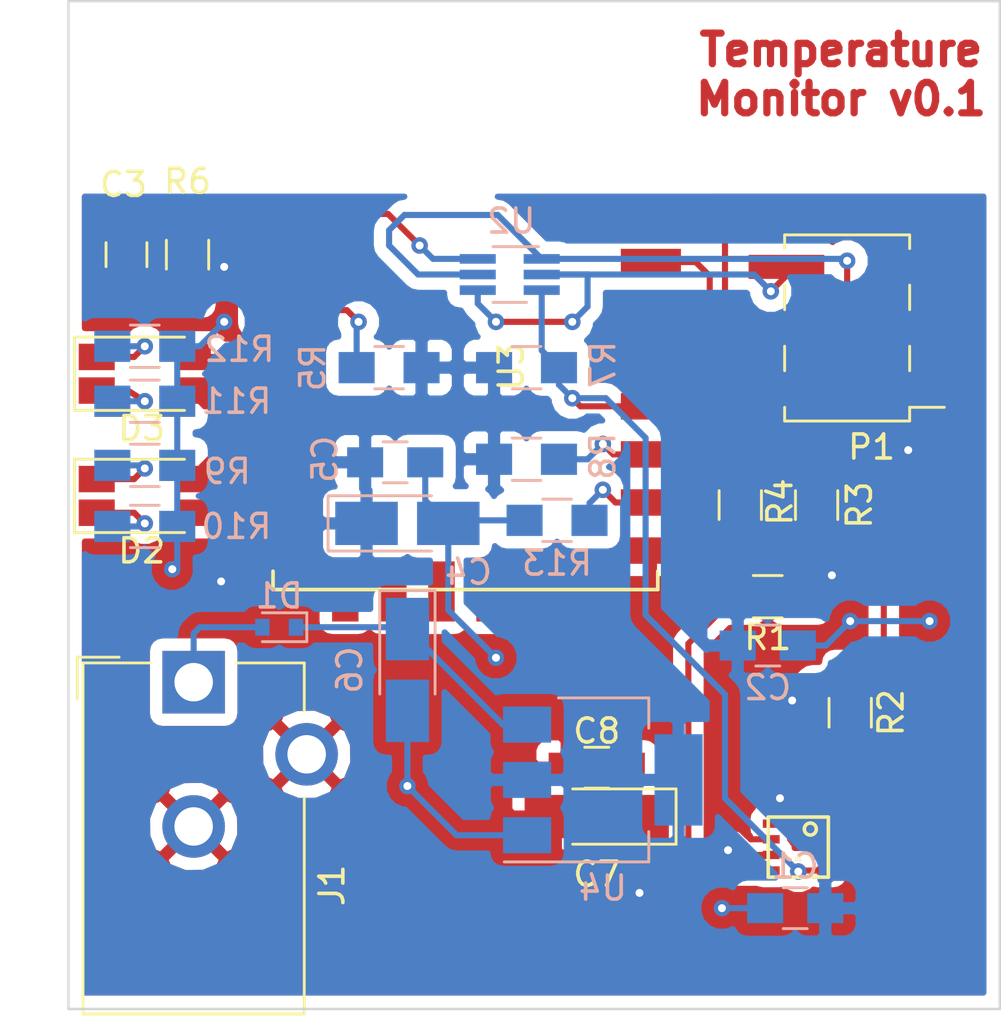
<source format=kicad_pcb>
(kicad_pcb (version 4) (host pcbnew 4.0.6+dfsg1-1)

  (general
    (links 69)
    (no_connects 0)
    (area 152.984999 99.644999 191.820001 141.655001)
    (thickness 1.6)
    (drawings 5)
    (tracks 199)
    (zones 0)
    (modules 30)
    (nets 33)
  )

  (page A4)
  (layers
    (0 F.Cu signal)
    (31 B.Cu signal)
    (32 B.Adhes user)
    (33 F.Adhes user)
    (34 B.Paste user)
    (35 F.Paste user)
    (36 B.SilkS user)
    (37 F.SilkS user)
    (38 B.Mask user)
    (39 F.Mask user)
    (40 Dwgs.User user)
    (41 Cmts.User user)
    (42 Eco1.User user)
    (43 Eco2.User user)
    (44 Edge.Cuts user)
    (45 Margin user)
    (46 B.CrtYd user)
    (47 F.CrtYd user)
    (48 B.Fab user hide)
    (49 F.Fab user)
  )

  (setup
    (last_trace_width 0.254)
    (trace_clearance 0.254)
    (zone_clearance 0.508)
    (zone_45_only no)
    (trace_min 0.1524)
    (segment_width 0.2)
    (edge_width 0.1)
    (via_size 0.6858)
    (via_drill 0.3302)
    (via_min_size 0.6858)
    (via_min_drill 0.3302)
    (uvia_size 0.3)
    (uvia_drill 0.1)
    (uvias_allowed no)
    (uvia_min_size 0)
    (uvia_min_drill 0)
    (pcb_text_width 0.3)
    (pcb_text_size 1.5 1.5)
    (mod_edge_width 0.15)
    (mod_text_size 1 1)
    (mod_text_width 0.15)
    (pad_size 1.5 1.5)
    (pad_drill 0.6)
    (pad_to_mask_clearance 0)
    (aux_axis_origin 0 0)
    (visible_elements FFFEFF5F)
    (pcbplotparams
      (layerselection 0x00030_80000001)
      (usegerberextensions false)
      (excludeedgelayer true)
      (linewidth 0.100000)
      (plotframeref false)
      (viasonmask false)
      (mode 1)
      (useauxorigin false)
      (hpglpennumber 1)
      (hpglpenspeed 20)
      (hpglpendiameter 15)
      (hpglpenoverlay 2)
      (psnegative false)
      (psa4output false)
      (plotreference true)
      (plotvalue true)
      (plotinvisibletext false)
      (padsonsilk false)
      (subtractmaskfromsilk false)
      (outputformat 1)
      (mirror false)
      (drillshape 1)
      (scaleselection 1)
      (outputdirectory ""))
  )

  (net 0 "")
  (net 1 +3V3)
  (net 2 GND)
  (net 3 /RST)
  (net 4 "Net-(C6-Pad1)")
  (net 5 /PWRIN)
  (net 6 "Net-(D2-Pad2)")
  (net 7 "Net-(D2-Pad4)")
  (net 8 "Net-(D2-Pad1)")
  (net 9 "Net-(D2-Pad3)")
  (net 10 "Net-(D3-Pad2)")
  (net 11 "Net-(D3-Pad4)")
  (net 12 "Net-(D3-Pad1)")
  (net 13 "Net-(D3-Pad3)")
  (net 14 /RX)
  (net 15 /RTS)
  (net 16 /TX)
  (net 17 /DTR)
  (net 18 "Net-(R1-Pad2)")
  (net 19 "Net-(R2-Pad2)")
  (net 20 /SDA)
  (net 21 /GPIO0)
  (net 22 /EN)
  (net 23 /GPIO2)
  (net 24 "Net-(R13-Pad1)")
  (net 25 "Net-(U3-Pad2)")
  (net 26 "Net-(U3-Pad20)")
  (net 27 "Net-(U3-Pad9)")
  (net 28 "Net-(U3-Pad10)")
  (net 29 "Net-(U3-Pad13)")
  (net 30 "Net-(U3-Pad14)")
  (net 31 "Net-(U3-Pad11)")
  (net 32 "Net-(U3-Pad12)")

  (net_class Default "This is the default net class."
    (clearance 0.254)
    (trace_width 0.254)
    (via_dia 0.6858)
    (via_drill 0.3302)
    (uvia_dia 0.3)
    (uvia_drill 0.1)
    (add_net +3V3)
    (add_net /DTR)
    (add_net /EN)
    (add_net /GPIO0)
    (add_net /GPIO2)
    (add_net /PWRIN)
    (add_net /RST)
    (add_net /RTS)
    (add_net /RX)
    (add_net /SDA)
    (add_net /TX)
    (add_net GND)
    (add_net "Net-(C6-Pad1)")
    (add_net "Net-(D2-Pad1)")
    (add_net "Net-(D2-Pad2)")
    (add_net "Net-(D2-Pad3)")
    (add_net "Net-(D2-Pad4)")
    (add_net "Net-(D3-Pad1)")
    (add_net "Net-(D3-Pad2)")
    (add_net "Net-(D3-Pad3)")
    (add_net "Net-(D3-Pad4)")
    (add_net "Net-(R1-Pad2)")
    (add_net "Net-(R13-Pad1)")
    (add_net "Net-(R2-Pad2)")
    (add_net "Net-(U3-Pad10)")
    (add_net "Net-(U3-Pad11)")
    (add_net "Net-(U3-Pad12)")
    (add_net "Net-(U3-Pad13)")
    (add_net "Net-(U3-Pad14)")
    (add_net "Net-(U3-Pad2)")
    (add_net "Net-(U3-Pad20)")
    (add_net "Net-(U3-Pad9)")
  )

  (module temperature-monitor:HSMF-C15x (layer F.Cu) (tedit 59F60705) (tstamp 59F6453F)
    (at 156.21 120.269 180)
    (path /59E588DF)
    (fp_text reference D2 (at 0.127 -2.286 180) (layer F.SilkS)
      (effects (font (size 1 1) (thickness 0.15)))
    )
    (fp_text value LED_Dual_ACAC (at 0.254 2.286 180) (layer F.Fab)
      (effects (font (size 1 1) (thickness 0.15)))
    )
    (fp_line (start -3.048 -1.651) (end 3.175 -1.651) (layer F.CrtYd) (width 0.05))
    (fp_line (start 3.175 -1.651) (end 3.175 1.651) (layer F.CrtYd) (width 0.05))
    (fp_line (start 3.175 1.651) (end -3.048 1.651) (layer F.CrtYd) (width 0.05))
    (fp_line (start -3.048 1.651) (end -3.048 -1.651) (layer F.CrtYd) (width 0.05))
    (fp_line (start -1.651 -1.524) (end 2.921 -1.524) (layer F.SilkS) (width 0.12))
    (fp_line (start 2.921 -1.524) (end 2.921 1.524) (layer F.SilkS) (width 0.12))
    (fp_line (start 2.921 1.524) (end -1.651 1.524) (layer F.SilkS) (width 0.12))
    (fp_line (start 0.254 0.508) (end 0.254 1.016) (layer F.Fab) (width 0.1))
    (fp_line (start -0.254 0.508) (end -0.254 1.016) (layer F.Fab) (width 0.1))
    (fp_line (start -0.254 1.016) (end 0.254 0.762) (layer F.Fab) (width 0.1))
    (fp_line (start 0.254 0.762) (end -0.254 0.508) (layer F.Fab) (width 0.1))
    (fp_line (start 0.254 -1.016) (end 0.254 -0.508) (layer F.Fab) (width 0.1))
    (fp_line (start -0.254 -1.016) (end -0.254 -0.508) (layer F.Fab) (width 0.1))
    (fp_line (start -0.254 -0.508) (end 0.254 -0.762) (layer F.Fab) (width 0.1))
    (fp_line (start 0.254 -0.762) (end -0.254 -1.016) (layer F.Fab) (width 0.1))
    (fp_line (start -1.6 1.35) (end 1.6 1.35) (layer F.Fab) (width 0.1))
    (fp_line (start 1.6 1.35) (end 1.6 -1.35) (layer F.Fab) (width 0.1))
    (fp_line (start 1.6 -1.35) (end -1.6 -1.35) (layer F.Fab) (width 0.1))
    (fp_line (start -1.6 -1.35) (end -1.6 1.35) (layer F.Fab) (width 0.1))
    (pad 2 smd rect (at 2 -0.7 180) (size 1.5 1.1) (layers F.Cu F.Paste F.Mask)
      (net 6 "Net-(D2-Pad2)"))
    (pad 4 smd rect (at 2 0.7 180) (size 1.5 1.1) (layers F.Cu F.Paste F.Mask)
      (net 7 "Net-(D2-Pad4)"))
    (pad 1 smd rect (at -2 -0.7 180) (size 1.5 1.1) (layers F.Cu F.Paste F.Mask)
      (net 8 "Net-(D2-Pad1)"))
    (pad 3 smd rect (at -2 0.7 180) (size 1.5 1.1) (layers F.Cu F.Paste F.Mask)
      (net 9 "Net-(D2-Pad3)"))
  )

  (module Capacitors_SMD:C_0805_HandSoldering (layer B.Cu) (tedit 58AA84A8) (tstamp 59F644F4)
    (at 183.261 137.414 180)
    (descr "Capacitor SMD 0805, hand soldering")
    (tags "capacitor 0805")
    (path /59D0F678)
    (attr smd)
    (fp_text reference C1 (at 0 1.75 180) (layer B.SilkS)
      (effects (font (size 1 1) (thickness 0.15)) (justify mirror))
    )
    (fp_text value 0.1uF (at 0 -1.75 180) (layer B.Fab)
      (effects (font (size 1 1) (thickness 0.15)) (justify mirror))
    )
    (fp_text user %R (at 0 1.75 180) (layer B.Fab)
      (effects (font (size 1 1) (thickness 0.15)) (justify mirror))
    )
    (fp_line (start -1 -0.62) (end -1 0.62) (layer B.Fab) (width 0.1))
    (fp_line (start 1 -0.62) (end -1 -0.62) (layer B.Fab) (width 0.1))
    (fp_line (start 1 0.62) (end 1 -0.62) (layer B.Fab) (width 0.1))
    (fp_line (start -1 0.62) (end 1 0.62) (layer B.Fab) (width 0.1))
    (fp_line (start 0.5 0.85) (end -0.5 0.85) (layer B.SilkS) (width 0.12))
    (fp_line (start -0.5 -0.85) (end 0.5 -0.85) (layer B.SilkS) (width 0.12))
    (fp_line (start -2.25 0.88) (end 2.25 0.88) (layer B.CrtYd) (width 0.05))
    (fp_line (start -2.25 0.88) (end -2.25 -0.87) (layer B.CrtYd) (width 0.05))
    (fp_line (start 2.25 -0.87) (end 2.25 0.88) (layer B.CrtYd) (width 0.05))
    (fp_line (start 2.25 -0.87) (end -2.25 -0.87) (layer B.CrtYd) (width 0.05))
    (pad 1 smd rect (at -1.25 0 180) (size 1.5 1.25) (layers B.Cu B.Paste B.Mask)
      (net 1 +3V3))
    (pad 2 smd rect (at 1.25 0 180) (size 1.5 1.25) (layers B.Cu B.Paste B.Mask)
      (net 2 GND))
    (model Capacitors_SMD.3dshapes/C_0805.wrl
      (at (xyz 0 0 0))
      (scale (xyz 1 1 1))
      (rotate (xyz 0 0 0))
    )
  )

  (module Capacitors_SMD:C_0805_HandSoldering (layer B.Cu) (tedit 58AA84A8) (tstamp 59F644FA)
    (at 182.118 126.492)
    (descr "Capacitor SMD 0805, hand soldering")
    (tags "capacitor 0805")
    (path /59D0F713)
    (attr smd)
    (fp_text reference C2 (at 0 1.75) (layer B.SilkS)
      (effects (font (size 1 1) (thickness 0.15)) (justify mirror))
    )
    (fp_text value 0.1uF (at 0 -1.75) (layer B.Fab)
      (effects (font (size 1 1) (thickness 0.15)) (justify mirror))
    )
    (fp_text user %R (at 0 1.75) (layer B.Fab)
      (effects (font (size 1 1) (thickness 0.15)) (justify mirror))
    )
    (fp_line (start -1 -0.62) (end -1 0.62) (layer B.Fab) (width 0.1))
    (fp_line (start 1 -0.62) (end -1 -0.62) (layer B.Fab) (width 0.1))
    (fp_line (start 1 0.62) (end 1 -0.62) (layer B.Fab) (width 0.1))
    (fp_line (start -1 0.62) (end 1 0.62) (layer B.Fab) (width 0.1))
    (fp_line (start 0.5 0.85) (end -0.5 0.85) (layer B.SilkS) (width 0.12))
    (fp_line (start -0.5 -0.85) (end 0.5 -0.85) (layer B.SilkS) (width 0.12))
    (fp_line (start -2.25 0.88) (end 2.25 0.88) (layer B.CrtYd) (width 0.05))
    (fp_line (start -2.25 0.88) (end -2.25 -0.87) (layer B.CrtYd) (width 0.05))
    (fp_line (start 2.25 -0.87) (end 2.25 0.88) (layer B.CrtYd) (width 0.05))
    (fp_line (start 2.25 -0.87) (end -2.25 -0.87) (layer B.CrtYd) (width 0.05))
    (pad 1 smd rect (at -1.25 0) (size 1.5 1.25) (layers B.Cu B.Paste B.Mask)
      (net 1 +3V3))
    (pad 2 smd rect (at 1.25 0) (size 1.5 1.25) (layers B.Cu B.Paste B.Mask)
      (net 2 GND))
    (model Capacitors_SMD.3dshapes/C_0805.wrl
      (at (xyz 0 0 0))
      (scale (xyz 1 1 1))
      (rotate (xyz 0 0 0))
    )
  )

  (module Capacitors_SMD:C_0805_HandSoldering (layer F.Cu) (tedit 59F676A4) (tstamp 59F64500)
    (at 155.448 110.236 270)
    (descr "Capacitor SMD 0805, hand soldering")
    (tags "capacitor 0805")
    (path /59D125B2)
    (attr smd)
    (fp_text reference C3 (at -2.921 0.127 540) (layer F.SilkS)
      (effects (font (size 1 1) (thickness 0.15)))
    )
    (fp_text value 0.1uF (at 0 1.75 270) (layer F.Fab)
      (effects (font (size 1 1) (thickness 0.15)))
    )
    (fp_text user %R (at 0 -1.75 270) (layer F.Fab)
      (effects (font (size 1 1) (thickness 0.15)))
    )
    (fp_line (start -1 0.62) (end -1 -0.62) (layer F.Fab) (width 0.1))
    (fp_line (start 1 0.62) (end -1 0.62) (layer F.Fab) (width 0.1))
    (fp_line (start 1 -0.62) (end 1 0.62) (layer F.Fab) (width 0.1))
    (fp_line (start -1 -0.62) (end 1 -0.62) (layer F.Fab) (width 0.1))
    (fp_line (start 0.5 -0.85) (end -0.5 -0.85) (layer F.SilkS) (width 0.12))
    (fp_line (start -0.5 0.85) (end 0.5 0.85) (layer F.SilkS) (width 0.12))
    (fp_line (start -2.25 -0.88) (end 2.25 -0.88) (layer F.CrtYd) (width 0.05))
    (fp_line (start -2.25 -0.88) (end -2.25 0.87) (layer F.CrtYd) (width 0.05))
    (fp_line (start 2.25 0.87) (end 2.25 -0.88) (layer F.CrtYd) (width 0.05))
    (fp_line (start 2.25 0.87) (end -2.25 0.87) (layer F.CrtYd) (width 0.05))
    (pad 1 smd rect (at -1.25 0 270) (size 1.5 1.25) (layers F.Cu F.Paste F.Mask)
      (net 3 /RST))
    (pad 2 smd rect (at 1.25 0 270) (size 1.5 1.25) (layers F.Cu F.Paste F.Mask)
      (net 2 GND))
    (model Capacitors_SMD.3dshapes/C_0805.wrl
      (at (xyz 0 0 0))
      (scale (xyz 1 1 1))
      (rotate (xyz 0 0 0))
    )
  )

  (module Capacitors_Tantalum_SMD:CP_Tantalum_Case-R_EIA-2012-12_Hand (layer B.Cu) (tedit 59F676CC) (tstamp 59F64506)
    (at 167.132 121.412)
    (descr "Tantalum capacitor, Case R, EIA 2012-12, 2.0x1.3x1.2mm, Hand soldering footprint")
    (tags "capacitor tantalum smd")
    (path /59E6A991)
    (attr smd)
    (fp_text reference C4 (at 2.54 2.032) (layer B.SilkS)
      (effects (font (size 1 1) (thickness 0.15)) (justify mirror))
    )
    (fp_text value 10uF (at 0 -2.4) (layer B.Fab)
      (effects (font (size 1 1) (thickness 0.15)) (justify mirror))
    )
    (fp_text user %R (at 0 0) (layer B.Fab)
      (effects (font (size 0.5 0.5) (thickness 0.075)) (justify mirror))
    )
    (fp_line (start -3.4 1.3) (end -3.4 -1.3) (layer B.CrtYd) (width 0.05))
    (fp_line (start -3.4 -1.3) (end 3.4 -1.3) (layer B.CrtYd) (width 0.05))
    (fp_line (start 3.4 -1.3) (end 3.4 1.3) (layer B.CrtYd) (width 0.05))
    (fp_line (start 3.4 1.3) (end -3.4 1.3) (layer B.CrtYd) (width 0.05))
    (fp_line (start -1 0.65) (end -1 -0.65) (layer B.Fab) (width 0.1))
    (fp_line (start -1 -0.65) (end 1 -0.65) (layer B.Fab) (width 0.1))
    (fp_line (start 1 -0.65) (end 1 0.65) (layer B.Fab) (width 0.1))
    (fp_line (start 1 0.65) (end -1 0.65) (layer B.Fab) (width 0.1))
    (fp_line (start -0.8 0.65) (end -0.8 -0.65) (layer B.Fab) (width 0.1))
    (fp_line (start -0.7 0.65) (end -0.7 -0.65) (layer B.Fab) (width 0.1))
    (fp_line (start -3.3 1.15) (end 1 1.15) (layer B.SilkS) (width 0.12))
    (fp_line (start -3.3 -1.15) (end 1 -1.15) (layer B.SilkS) (width 0.12))
    (fp_line (start -3.3 1.15) (end -3.3 -1.15) (layer B.SilkS) (width 0.12))
    (pad 1 smd rect (at -1.7 0) (size 2.6 1.8) (layers B.Cu B.Paste B.Mask)
      (net 1 +3V3))
    (pad 2 smd rect (at 1.7 0) (size 2.6 1.8) (layers B.Cu B.Paste B.Mask)
      (net 2 GND))
    (model Capacitors_Tantalum_SMD.3dshapes/CP_Tantalum_Case-R_EIA-2012-12.wrl
      (at (xyz 0 0 0))
      (scale (xyz 1 1 1))
      (rotate (xyz 0 0 0))
    )
  )

  (module Capacitors_SMD:C_0805_HandSoldering (layer B.Cu) (tedit 59F676D7) (tstamp 59F6450C)
    (at 166.624 118.872)
    (descr "Capacitor SMD 0805, hand soldering")
    (tags "capacitor 0805")
    (path /59D11E4F)
    (attr smd)
    (fp_text reference C5 (at -2.921 -0.127 270) (layer B.SilkS)
      (effects (font (size 1 1) (thickness 0.15)) (justify mirror))
    )
    (fp_text value 0.1uF (at 0 -1.75) (layer B.Fab)
      (effects (font (size 1 1) (thickness 0.15)) (justify mirror))
    )
    (fp_text user %R (at 0 1.75) (layer B.Fab)
      (effects (font (size 1 1) (thickness 0.15)) (justify mirror))
    )
    (fp_line (start -1 -0.62) (end -1 0.62) (layer B.Fab) (width 0.1))
    (fp_line (start 1 -0.62) (end -1 -0.62) (layer B.Fab) (width 0.1))
    (fp_line (start 1 0.62) (end 1 -0.62) (layer B.Fab) (width 0.1))
    (fp_line (start -1 0.62) (end 1 0.62) (layer B.Fab) (width 0.1))
    (fp_line (start 0.5 0.85) (end -0.5 0.85) (layer B.SilkS) (width 0.12))
    (fp_line (start -0.5 -0.85) (end 0.5 -0.85) (layer B.SilkS) (width 0.12))
    (fp_line (start -2.25 0.88) (end 2.25 0.88) (layer B.CrtYd) (width 0.05))
    (fp_line (start -2.25 0.88) (end -2.25 -0.87) (layer B.CrtYd) (width 0.05))
    (fp_line (start 2.25 -0.87) (end 2.25 0.88) (layer B.CrtYd) (width 0.05))
    (fp_line (start 2.25 -0.87) (end -2.25 -0.87) (layer B.CrtYd) (width 0.05))
    (pad 1 smd rect (at -1.25 0) (size 1.5 1.25) (layers B.Cu B.Paste B.Mask)
      (net 1 +3V3))
    (pad 2 smd rect (at 1.25 0) (size 1.5 1.25) (layers B.Cu B.Paste B.Mask)
      (net 2 GND))
    (model Capacitors_SMD.3dshapes/C_0805.wrl
      (at (xyz 0 0 0))
      (scale (xyz 1 1 1))
      (rotate (xyz 0 0 0))
    )
  )

  (module Capacitors_Tantalum_SMD:CP_Tantalum_Case-R_EIA-2012-12_Hand (layer B.Cu) (tedit 58CC8C08) (tstamp 59F64512)
    (at 167.132 127.508 270)
    (descr "Tantalum capacitor, Case R, EIA 2012-12, 2.0x1.3x1.2mm, Hand soldering footprint")
    (tags "capacitor tantalum smd")
    (path /59E6A6DA)
    (attr smd)
    (fp_text reference C6 (at 0 2.4 270) (layer B.SilkS)
      (effects (font (size 1 1) (thickness 0.15)) (justify mirror))
    )
    (fp_text value 10uF (at 0 -2.4 270) (layer B.Fab)
      (effects (font (size 1 1) (thickness 0.15)) (justify mirror))
    )
    (fp_text user %R (at 0 0 270) (layer B.Fab)
      (effects (font (size 0.5 0.5) (thickness 0.075)) (justify mirror))
    )
    (fp_line (start -3.4 1.3) (end -3.4 -1.3) (layer B.CrtYd) (width 0.05))
    (fp_line (start -3.4 -1.3) (end 3.4 -1.3) (layer B.CrtYd) (width 0.05))
    (fp_line (start 3.4 -1.3) (end 3.4 1.3) (layer B.CrtYd) (width 0.05))
    (fp_line (start 3.4 1.3) (end -3.4 1.3) (layer B.CrtYd) (width 0.05))
    (fp_line (start -1 0.65) (end -1 -0.65) (layer B.Fab) (width 0.1))
    (fp_line (start -1 -0.65) (end 1 -0.65) (layer B.Fab) (width 0.1))
    (fp_line (start 1 -0.65) (end 1 0.65) (layer B.Fab) (width 0.1))
    (fp_line (start 1 0.65) (end -1 0.65) (layer B.Fab) (width 0.1))
    (fp_line (start -0.8 0.65) (end -0.8 -0.65) (layer B.Fab) (width 0.1))
    (fp_line (start -0.7 0.65) (end -0.7 -0.65) (layer B.Fab) (width 0.1))
    (fp_line (start -3.3 1.15) (end 1 1.15) (layer B.SilkS) (width 0.12))
    (fp_line (start -3.3 -1.15) (end 1 -1.15) (layer B.SilkS) (width 0.12))
    (fp_line (start -3.3 1.15) (end -3.3 -1.15) (layer B.SilkS) (width 0.12))
    (pad 1 smd rect (at -1.7 0 270) (size 2.6 1.8) (layers B.Cu B.Paste B.Mask)
      (net 4 "Net-(C6-Pad1)"))
    (pad 2 smd rect (at 1.7 0 270) (size 2.6 1.8) (layers B.Cu B.Paste B.Mask)
      (net 2 GND))
    (model Capacitors_Tantalum_SMD.3dshapes/CP_Tantalum_Case-R_EIA-2012-12.wrl
      (at (xyz 0 0 0))
      (scale (xyz 1 1 1))
      (rotate (xyz 0 0 0))
    )
  )

  (module Capacitors_Tantalum_SMD:CP_Tantalum_Case-R_EIA-2012-12_Hand (layer F.Cu) (tedit 58CC8C08) (tstamp 59F64518)
    (at 175.006 133.604 180)
    (descr "Tantalum capacitor, Case R, EIA 2012-12, 2.0x1.3x1.2mm, Hand soldering footprint")
    (tags "capacitor tantalum smd")
    (path /59E6A8CE)
    (attr smd)
    (fp_text reference C7 (at 0 -2.4 180) (layer F.SilkS)
      (effects (font (size 1 1) (thickness 0.15)))
    )
    (fp_text value 10uF (at 0 2.4 180) (layer F.Fab)
      (effects (font (size 1 1) (thickness 0.15)))
    )
    (fp_text user %R (at 0 0 180) (layer F.Fab)
      (effects (font (size 0.5 0.5) (thickness 0.075)))
    )
    (fp_line (start -3.4 -1.3) (end -3.4 1.3) (layer F.CrtYd) (width 0.05))
    (fp_line (start -3.4 1.3) (end 3.4 1.3) (layer F.CrtYd) (width 0.05))
    (fp_line (start 3.4 1.3) (end 3.4 -1.3) (layer F.CrtYd) (width 0.05))
    (fp_line (start 3.4 -1.3) (end -3.4 -1.3) (layer F.CrtYd) (width 0.05))
    (fp_line (start -1 -0.65) (end -1 0.65) (layer F.Fab) (width 0.1))
    (fp_line (start -1 0.65) (end 1 0.65) (layer F.Fab) (width 0.1))
    (fp_line (start 1 0.65) (end 1 -0.65) (layer F.Fab) (width 0.1))
    (fp_line (start 1 -0.65) (end -1 -0.65) (layer F.Fab) (width 0.1))
    (fp_line (start -0.8 -0.65) (end -0.8 0.65) (layer F.Fab) (width 0.1))
    (fp_line (start -0.7 -0.65) (end -0.7 0.65) (layer F.Fab) (width 0.1))
    (fp_line (start -3.3 -1.15) (end 1 -1.15) (layer F.SilkS) (width 0.12))
    (fp_line (start -3.3 1.15) (end 1 1.15) (layer F.SilkS) (width 0.12))
    (fp_line (start -3.3 -1.15) (end -3.3 1.15) (layer F.SilkS) (width 0.12))
    (pad 1 smd rect (at -1.7 0 180) (size 2.6 1.8) (layers F.Cu F.Paste F.Mask)
      (net 1 +3V3))
    (pad 2 smd rect (at 1.7 0 180) (size 2.6 1.8) (layers F.Cu F.Paste F.Mask)
      (net 2 GND))
    (model Capacitors_Tantalum_SMD.3dshapes/CP_Tantalum_Case-R_EIA-2012-12.wrl
      (at (xyz 0 0 0))
      (scale (xyz 1 1 1))
      (rotate (xyz 0 0 0))
    )
  )

  (module Capacitors_SMD:C_0805_HandSoldering (layer F.Cu) (tedit 59F67656) (tstamp 59F6451E)
    (at 175.006 131.572 180)
    (descr "Capacitor SMD 0805, hand soldering")
    (tags "capacitor 0805")
    (path /59D8FA9B)
    (attr smd)
    (fp_text reference C8 (at 0 1.524 180) (layer F.SilkS)
      (effects (font (size 1 1) (thickness 0.15)))
    )
    (fp_text value 0.1uF (at 0 1.75 180) (layer F.Fab)
      (effects (font (size 1 1) (thickness 0.15)))
    )
    (fp_text user %R (at 0 -1.75 180) (layer F.Fab)
      (effects (font (size 1 1) (thickness 0.15)))
    )
    (fp_line (start -1 0.62) (end -1 -0.62) (layer F.Fab) (width 0.1))
    (fp_line (start 1 0.62) (end -1 0.62) (layer F.Fab) (width 0.1))
    (fp_line (start 1 -0.62) (end 1 0.62) (layer F.Fab) (width 0.1))
    (fp_line (start -1 -0.62) (end 1 -0.62) (layer F.Fab) (width 0.1))
    (fp_line (start 0.5 -0.85) (end -0.5 -0.85) (layer F.SilkS) (width 0.12))
    (fp_line (start -0.5 0.85) (end 0.5 0.85) (layer F.SilkS) (width 0.12))
    (fp_line (start -2.25 -0.88) (end 2.25 -0.88) (layer F.CrtYd) (width 0.05))
    (fp_line (start -2.25 -0.88) (end -2.25 0.87) (layer F.CrtYd) (width 0.05))
    (fp_line (start 2.25 0.87) (end 2.25 -0.88) (layer F.CrtYd) (width 0.05))
    (fp_line (start 2.25 0.87) (end -2.25 0.87) (layer F.CrtYd) (width 0.05))
    (pad 1 smd rect (at -1.25 0 180) (size 1.5 1.25) (layers F.Cu F.Paste F.Mask)
      (net 1 +3V3))
    (pad 2 smd rect (at 1.25 0 180) (size 1.5 1.25) (layers F.Cu F.Paste F.Mask)
      (net 2 GND))
    (model Capacitors_SMD.3dshapes/C_0805.wrl
      (at (xyz 0 0 0))
      (scale (xyz 1 1 1))
      (rotate (xyz 0 0 0))
    )
  )

  (module Diodes_SMD:D_SOD-523 (layer B.Cu) (tedit 586419F0) (tstamp 59F64524)
    (at 161.798 125.73 180)
    (descr "http://www.diodes.com/datasheets/ap02001.pdf p.144")
    (tags "Diode SOD523")
    (path /59D9015B)
    (attr smd)
    (fp_text reference D1 (at 0 1.3 180) (layer B.SilkS)
      (effects (font (size 1 1) (thickness 0.15)) (justify mirror))
    )
    (fp_text value D (at 0 -1.4 180) (layer B.Fab)
      (effects (font (size 1 1) (thickness 0.15)) (justify mirror))
    )
    (fp_text user %R (at 0 1.3 180) (layer B.Fab)
      (effects (font (size 1 1) (thickness 0.15)) (justify mirror))
    )
    (fp_line (start -1.15 0.6) (end -1.15 -0.6) (layer B.SilkS) (width 0.12))
    (fp_line (start 1.25 0.7) (end 1.25 -0.7) (layer B.CrtYd) (width 0.05))
    (fp_line (start -1.25 0.7) (end 1.25 0.7) (layer B.CrtYd) (width 0.05))
    (fp_line (start -1.25 -0.7) (end -1.25 0.7) (layer B.CrtYd) (width 0.05))
    (fp_line (start 1.25 -0.7) (end -1.25 -0.7) (layer B.CrtYd) (width 0.05))
    (fp_line (start 0.1 0) (end 0.25 0) (layer B.Fab) (width 0.1))
    (fp_line (start 0.1 0.2) (end -0.2 0) (layer B.Fab) (width 0.1))
    (fp_line (start 0.1 -0.2) (end 0.1 0.2) (layer B.Fab) (width 0.1))
    (fp_line (start -0.2 0) (end 0.1 -0.2) (layer B.Fab) (width 0.1))
    (fp_line (start -0.2 0) (end -0.35 0) (layer B.Fab) (width 0.1))
    (fp_line (start -0.2 -0.2) (end -0.2 0.2) (layer B.Fab) (width 0.1))
    (fp_line (start 0.65 0.45) (end 0.65 -0.45) (layer B.Fab) (width 0.1))
    (fp_line (start -0.65 0.45) (end 0.65 0.45) (layer B.Fab) (width 0.1))
    (fp_line (start -0.65 -0.45) (end -0.65 0.45) (layer B.Fab) (width 0.1))
    (fp_line (start 0.65 -0.45) (end -0.65 -0.45) (layer B.Fab) (width 0.1))
    (fp_line (start 0.7 0.6) (end -1.15 0.6) (layer B.SilkS) (width 0.12))
    (fp_line (start 0.7 -0.6) (end -1.15 -0.6) (layer B.SilkS) (width 0.12))
    (pad 2 smd rect (at 0.7 0) (size 0.6 0.7) (layers B.Cu B.Paste B.Mask)
      (net 5 /PWRIN))
    (pad 1 smd rect (at -0.7 0) (size 0.6 0.7) (layers B.Cu B.Paste B.Mask)
      (net 4 "Net-(C6-Pad1)"))
    (model ${KISYS3DMOD}/Diodes_SMD.3dshapes/D_SOD-523.wrl
      (at (xyz 0 0 0))
      (scale (xyz 1 1 1))
      (rotate (xyz 0 0 0))
    )
  )

  (module temperature-monitor:HSMF-C15x (layer F.Cu) (tedit 59F60705) (tstamp 59F6455A)
    (at 156.21 115.189 180)
    (path /59E39044)
    (fp_text reference D3 (at 0.127 -2.286 180) (layer F.SilkS)
      (effects (font (size 1 1) (thickness 0.15)))
    )
    (fp_text value LED_Dual_ACAC (at 0.254 2.286 180) (layer F.Fab)
      (effects (font (size 1 1) (thickness 0.15)))
    )
    (fp_line (start -3.048 -1.651) (end 3.175 -1.651) (layer F.CrtYd) (width 0.05))
    (fp_line (start 3.175 -1.651) (end 3.175 1.651) (layer F.CrtYd) (width 0.05))
    (fp_line (start 3.175 1.651) (end -3.048 1.651) (layer F.CrtYd) (width 0.05))
    (fp_line (start -3.048 1.651) (end -3.048 -1.651) (layer F.CrtYd) (width 0.05))
    (fp_line (start -1.651 -1.524) (end 2.921 -1.524) (layer F.SilkS) (width 0.12))
    (fp_line (start 2.921 -1.524) (end 2.921 1.524) (layer F.SilkS) (width 0.12))
    (fp_line (start 2.921 1.524) (end -1.651 1.524) (layer F.SilkS) (width 0.12))
    (fp_line (start 0.254 0.508) (end 0.254 1.016) (layer F.Fab) (width 0.1))
    (fp_line (start -0.254 0.508) (end -0.254 1.016) (layer F.Fab) (width 0.1))
    (fp_line (start -0.254 1.016) (end 0.254 0.762) (layer F.Fab) (width 0.1))
    (fp_line (start 0.254 0.762) (end -0.254 0.508) (layer F.Fab) (width 0.1))
    (fp_line (start 0.254 -1.016) (end 0.254 -0.508) (layer F.Fab) (width 0.1))
    (fp_line (start -0.254 -1.016) (end -0.254 -0.508) (layer F.Fab) (width 0.1))
    (fp_line (start -0.254 -0.508) (end 0.254 -0.762) (layer F.Fab) (width 0.1))
    (fp_line (start 0.254 -0.762) (end -0.254 -1.016) (layer F.Fab) (width 0.1))
    (fp_line (start -1.6 1.35) (end 1.6 1.35) (layer F.Fab) (width 0.1))
    (fp_line (start 1.6 1.35) (end 1.6 -1.35) (layer F.Fab) (width 0.1))
    (fp_line (start 1.6 -1.35) (end -1.6 -1.35) (layer F.Fab) (width 0.1))
    (fp_line (start -1.6 -1.35) (end -1.6 1.35) (layer F.Fab) (width 0.1))
    (pad 2 smd rect (at 2 -0.7 180) (size 1.5 1.1) (layers F.Cu F.Paste F.Mask)
      (net 10 "Net-(D3-Pad2)"))
    (pad 4 smd rect (at 2 0.7 180) (size 1.5 1.1) (layers F.Cu F.Paste F.Mask)
      (net 11 "Net-(D3-Pad4)"))
    (pad 1 smd rect (at -2 -0.7 180) (size 1.5 1.1) (layers F.Cu F.Paste F.Mask)
      (net 12 "Net-(D3-Pad1)"))
    (pad 3 smd rect (at -2 0.7 180) (size 1.5 1.1) (layers F.Cu F.Paste F.Mask)
      (net 13 "Net-(D3-Pad3)"))
  )

  (module Connectors:Barrel_Jack_CUI_PJ-102AH (layer F.Cu) (tedit 59BC552D) (tstamp 59F64561)
    (at 158.242 128.016)
    (descr "Thin-pin DC Barrel Jack, https://cdn-shop.adafruit.com/datasheets/21mmdcjackDatasheet.pdf")
    (tags "Power Jack")
    (path /59D8DFF0)
    (fp_text reference J1 (at 5.75 8.45 90) (layer F.SilkS)
      (effects (font (size 1 1) (thickness 0.15)))
    )
    (fp_text value PJ-102AH (at -5.5 6.2 90) (layer F.Fab)
      (effects (font (size 1 1) (thickness 0.15)))
    )
    (fp_line (start 1.8 -1.8) (end 1.8 -1.2) (layer F.CrtYd) (width 0.05))
    (fp_line (start 1.8 -1.2) (end 5 -1.2) (layer F.CrtYd) (width 0.05))
    (fp_line (start 5 -1.2) (end 5 1.2) (layer F.CrtYd) (width 0.05))
    (fp_line (start 5 1.2) (end 6.5 1.2) (layer F.CrtYd) (width 0.05))
    (fp_line (start 6.5 1.2) (end 6.5 4.8) (layer F.CrtYd) (width 0.05))
    (fp_line (start 6.5 4.8) (end 5 4.8) (layer F.CrtYd) (width 0.05))
    (fp_line (start 5 4.8) (end 5 14.2) (layer F.CrtYd) (width 0.05))
    (fp_line (start 5 14.2) (end -5 14.2) (layer F.CrtYd) (width 0.05))
    (fp_line (start -5 14.2) (end -5 -1.2) (layer F.CrtYd) (width 0.05))
    (fp_line (start -5 -1.2) (end -1.8 -1.2) (layer F.CrtYd) (width 0.05))
    (fp_line (start -1.8 -1.2) (end -1.8 -1.8) (layer F.CrtYd) (width 0.05))
    (fp_line (start -1.8 -1.8) (end 1.8 -1.8) (layer F.CrtYd) (width 0.05))
    (fp_line (start 4.6 4.8) (end 4.6 13.8) (layer F.SilkS) (width 0.12))
    (fp_line (start 4.6 13.8) (end -4.6 13.8) (layer F.SilkS) (width 0.12))
    (fp_line (start -4.6 13.8) (end -4.6 -0.8) (layer F.SilkS) (width 0.12))
    (fp_line (start -4.6 -0.8) (end -1.8 -0.8) (layer F.SilkS) (width 0.12))
    (fp_line (start 1.8 -0.8) (end 4.6 -0.8) (layer F.SilkS) (width 0.12))
    (fp_line (start 4.6 -0.8) (end 4.6 1.2) (layer F.SilkS) (width 0.12))
    (fp_line (start -4.84 0.7) (end -4.84 -1.04) (layer F.SilkS) (width 0.12))
    (fp_line (start -4.84 -1.04) (end -3.1 -1.04) (layer F.SilkS) (width 0.12))
    (fp_line (start 4.5 -0.7) (end 4.5 13.7) (layer F.Fab) (width 0.1))
    (fp_line (start 4.5 13.7) (end -4.5 13.7) (layer F.Fab) (width 0.1))
    (fp_line (start -4.5 13.7) (end -4.5 0.3) (layer F.Fab) (width 0.1))
    (fp_line (start -4.5 0.3) (end -3.5 -0.7) (layer F.Fab) (width 0.1))
    (fp_line (start -3.5 -0.7) (end 4.5 -0.7) (layer F.Fab) (width 0.1))
    (fp_line (start -4.5 10.2) (end 4.5 10.2) (layer F.Fab) (width 0.1))
    (fp_text user %R (at 0 6.5) (layer F.Fab)
      (effects (font (size 1 1) (thickness 0.15)))
    )
    (pad 1 thru_hole rect (at 0 0) (size 2.6 2.6) (drill 1.6) (layers *.Cu *.Mask)
      (net 5 /PWRIN))
    (pad 2 thru_hole circle (at 0 6) (size 2.6 2.6) (drill 1.6) (layers *.Cu *.Mask)
      (net 2 GND))
    (pad 3 thru_hole circle (at 4.7 3) (size 2.6 2.6) (drill 1.6) (layers *.Cu *.Mask)
      (net 2 GND))
    (model ${KISYS3DMOD}/Connectors.3dshapes/Barrel_Jack_CUI_PJ-102AH.wrl
      (at (xyz 0 0 0))
      (scale (xyz 1 1 1))
      (rotate (xyz 0 0 0))
    )
  )

  (module Pin_Headers:Pin_Header_Straight_2x03_Pitch2.54mm_SMD (layer F.Cu) (tedit 59F67693) (tstamp 59F6456B)
    (at 185.42 113.284 180)
    (descr "surface-mounted straight pin header, 2x03, 2.54mm pitch, double rows")
    (tags "Surface mounted pin header SMD 2x03 2.54mm double row")
    (path /59D12A28)
    (attr smd)
    (fp_text reference P1 (at -1.016 -4.953 180) (layer F.SilkS)
      (effects (font (size 1 1) (thickness 0.15)))
    )
    (fp_text value CONN_02X03 (at 0 4.87 180) (layer F.Fab)
      (effects (font (size 1 1) (thickness 0.15)))
    )
    (fp_line (start 2.54 3.81) (end -2.54 3.81) (layer F.Fab) (width 0.1))
    (fp_line (start -1.59 -3.81) (end 2.54 -3.81) (layer F.Fab) (width 0.1))
    (fp_line (start -2.54 3.81) (end -2.54 -2.86) (layer F.Fab) (width 0.1))
    (fp_line (start -2.54 -2.86) (end -1.59 -3.81) (layer F.Fab) (width 0.1))
    (fp_line (start 2.54 -3.81) (end 2.54 3.81) (layer F.Fab) (width 0.1))
    (fp_line (start -2.54 -2.86) (end -3.6 -2.86) (layer F.Fab) (width 0.1))
    (fp_line (start -3.6 -2.86) (end -3.6 -2.22) (layer F.Fab) (width 0.1))
    (fp_line (start -3.6 -2.22) (end -2.54 -2.22) (layer F.Fab) (width 0.1))
    (fp_line (start 2.54 -2.86) (end 3.6 -2.86) (layer F.Fab) (width 0.1))
    (fp_line (start 3.6 -2.86) (end 3.6 -2.22) (layer F.Fab) (width 0.1))
    (fp_line (start 3.6 -2.22) (end 2.54 -2.22) (layer F.Fab) (width 0.1))
    (fp_line (start -2.54 -0.32) (end -3.6 -0.32) (layer F.Fab) (width 0.1))
    (fp_line (start -3.6 -0.32) (end -3.6 0.32) (layer F.Fab) (width 0.1))
    (fp_line (start -3.6 0.32) (end -2.54 0.32) (layer F.Fab) (width 0.1))
    (fp_line (start 2.54 -0.32) (end 3.6 -0.32) (layer F.Fab) (width 0.1))
    (fp_line (start 3.6 -0.32) (end 3.6 0.32) (layer F.Fab) (width 0.1))
    (fp_line (start 3.6 0.32) (end 2.54 0.32) (layer F.Fab) (width 0.1))
    (fp_line (start -2.54 2.22) (end -3.6 2.22) (layer F.Fab) (width 0.1))
    (fp_line (start -3.6 2.22) (end -3.6 2.86) (layer F.Fab) (width 0.1))
    (fp_line (start -3.6 2.86) (end -2.54 2.86) (layer F.Fab) (width 0.1))
    (fp_line (start 2.54 2.22) (end 3.6 2.22) (layer F.Fab) (width 0.1))
    (fp_line (start 3.6 2.22) (end 3.6 2.86) (layer F.Fab) (width 0.1))
    (fp_line (start 3.6 2.86) (end 2.54 2.86) (layer F.Fab) (width 0.1))
    (fp_line (start -2.6 -3.87) (end 2.6 -3.87) (layer F.SilkS) (width 0.12))
    (fp_line (start -2.6 3.87) (end 2.6 3.87) (layer F.SilkS) (width 0.12))
    (fp_line (start -4.04 -3.3) (end -2.6 -3.3) (layer F.SilkS) (width 0.12))
    (fp_line (start -2.6 -3.87) (end -2.6 -3.3) (layer F.SilkS) (width 0.12))
    (fp_line (start 2.6 -3.87) (end 2.6 -3.3) (layer F.SilkS) (width 0.12))
    (fp_line (start -2.6 3.3) (end -2.6 3.87) (layer F.SilkS) (width 0.12))
    (fp_line (start 2.6 3.3) (end 2.6 3.87) (layer F.SilkS) (width 0.12))
    (fp_line (start -2.6 -1.78) (end -2.6 -0.76) (layer F.SilkS) (width 0.12))
    (fp_line (start 2.6 -1.78) (end 2.6 -0.76) (layer F.SilkS) (width 0.12))
    (fp_line (start -2.6 0.76) (end -2.6 1.78) (layer F.SilkS) (width 0.12))
    (fp_line (start 2.6 0.76) (end 2.6 1.78) (layer F.SilkS) (width 0.12))
    (fp_line (start -5.9 -4.35) (end -5.9 4.35) (layer F.CrtYd) (width 0.05))
    (fp_line (start -5.9 4.35) (end 5.9 4.35) (layer F.CrtYd) (width 0.05))
    (fp_line (start 5.9 4.35) (end 5.9 -4.35) (layer F.CrtYd) (width 0.05))
    (fp_line (start 5.9 -4.35) (end -5.9 -4.35) (layer F.CrtYd) (width 0.05))
    (fp_text user %R (at 0 0 270) (layer F.Fab)
      (effects (font (size 1 1) (thickness 0.15)))
    )
    (pad 1 smd rect (at -2.525 -2.54 180) (size 3.15 1) (layers F.Cu F.Paste F.Mask)
      (net 1 +3V3))
    (pad 2 smd rect (at 2.525 -2.54 180) (size 3.15 1) (layers F.Cu F.Paste F.Mask)
      (net 14 /RX))
    (pad 3 smd rect (at -2.525 0 180) (size 3.15 1) (layers F.Cu F.Paste F.Mask)
      (net 15 /RTS))
    (pad 4 smd rect (at 2.525 0 180) (size 3.15 1) (layers F.Cu F.Paste F.Mask)
      (net 16 /TX))
    (pad 5 smd rect (at -2.525 2.54 180) (size 3.15 1) (layers F.Cu F.Paste F.Mask)
      (net 2 GND))
    (pad 6 smd rect (at 2.525 2.54 180) (size 3.15 1) (layers F.Cu F.Paste F.Mask)
      (net 17 /DTR))
    (model ${KISYS3DMOD}/Pin_Headers.3dshapes/Pin_Header_Straight_2x03_Pitch2.54mm_SMD.wrl
      (at (xyz 0 0 0))
      (scale (xyz 1 1 1))
      (rotate (xyz 0 0 0))
    )
  )

  (module Resistors_SMD:R_0805_HandSoldering (layer F.Cu) (tedit 58E0A804) (tstamp 59F64571)
    (at 182.118 124.46 180)
    (descr "Resistor SMD 0805, hand soldering")
    (tags "resistor 0805")
    (path /59D0F8A7)
    (attr smd)
    (fp_text reference R1 (at 0 -1.7 180) (layer F.SilkS)
      (effects (font (size 1 1) (thickness 0.15)))
    )
    (fp_text value 4.7K (at 0 1.75 180) (layer F.Fab)
      (effects (font (size 1 1) (thickness 0.15)))
    )
    (fp_text user %R (at 0 0 180) (layer F.Fab)
      (effects (font (size 0.5 0.5) (thickness 0.075)))
    )
    (fp_line (start -1 0.62) (end -1 -0.62) (layer F.Fab) (width 0.1))
    (fp_line (start 1 0.62) (end -1 0.62) (layer F.Fab) (width 0.1))
    (fp_line (start 1 -0.62) (end 1 0.62) (layer F.Fab) (width 0.1))
    (fp_line (start -1 -0.62) (end 1 -0.62) (layer F.Fab) (width 0.1))
    (fp_line (start 0.6 0.88) (end -0.6 0.88) (layer F.SilkS) (width 0.12))
    (fp_line (start -0.6 -0.88) (end 0.6 -0.88) (layer F.SilkS) (width 0.12))
    (fp_line (start -2.35 -0.9) (end 2.35 -0.9) (layer F.CrtYd) (width 0.05))
    (fp_line (start -2.35 -0.9) (end -2.35 0.9) (layer F.CrtYd) (width 0.05))
    (fp_line (start 2.35 0.9) (end 2.35 -0.9) (layer F.CrtYd) (width 0.05))
    (fp_line (start 2.35 0.9) (end -2.35 0.9) (layer F.CrtYd) (width 0.05))
    (pad 1 smd rect (at -1.35 0 180) (size 1.5 1.3) (layers F.Cu F.Paste F.Mask)
      (net 1 +3V3))
    (pad 2 smd rect (at 1.35 0 180) (size 1.5 1.3) (layers F.Cu F.Paste F.Mask)
      (net 18 "Net-(R1-Pad2)"))
    (model ${KISYS3DMOD}/Resistors_SMD.3dshapes/R_0805.wrl
      (at (xyz 0 0 0))
      (scale (xyz 1 1 1))
      (rotate (xyz 0 0 0))
    )
  )

  (module Resistors_SMD:R_0805_HandSoldering (layer F.Cu) (tedit 58E0A804) (tstamp 59F64577)
    (at 185.547 129.286 270)
    (descr "Resistor SMD 0805, hand soldering")
    (tags "resistor 0805")
    (path /59D0FBD8)
    (attr smd)
    (fp_text reference R2 (at 0 -1.7 270) (layer F.SilkS)
      (effects (font (size 1 1) (thickness 0.15)))
    )
    (fp_text value 4.7K (at 0 1.75 270) (layer F.Fab)
      (effects (font (size 1 1) (thickness 0.15)))
    )
    (fp_text user %R (at 0 0 270) (layer F.Fab)
      (effects (font (size 0.5 0.5) (thickness 0.075)))
    )
    (fp_line (start -1 0.62) (end -1 -0.62) (layer F.Fab) (width 0.1))
    (fp_line (start 1 0.62) (end -1 0.62) (layer F.Fab) (width 0.1))
    (fp_line (start 1 -0.62) (end 1 0.62) (layer F.Fab) (width 0.1))
    (fp_line (start -1 -0.62) (end 1 -0.62) (layer F.Fab) (width 0.1))
    (fp_line (start 0.6 0.88) (end -0.6 0.88) (layer F.SilkS) (width 0.12))
    (fp_line (start -0.6 -0.88) (end 0.6 -0.88) (layer F.SilkS) (width 0.12))
    (fp_line (start -2.35 -0.9) (end 2.35 -0.9) (layer F.CrtYd) (width 0.05))
    (fp_line (start -2.35 -0.9) (end -2.35 0.9) (layer F.CrtYd) (width 0.05))
    (fp_line (start 2.35 0.9) (end 2.35 -0.9) (layer F.CrtYd) (width 0.05))
    (fp_line (start 2.35 0.9) (end -2.35 0.9) (layer F.CrtYd) (width 0.05))
    (pad 1 smd rect (at -1.35 0 270) (size 1.5 1.3) (layers F.Cu F.Paste F.Mask)
      (net 1 +3V3))
    (pad 2 smd rect (at 1.35 0 270) (size 1.5 1.3) (layers F.Cu F.Paste F.Mask)
      (net 19 "Net-(R2-Pad2)"))
    (model ${KISYS3DMOD}/Resistors_SMD.3dshapes/R_0805.wrl
      (at (xyz 0 0 0))
      (scale (xyz 1 1 1))
      (rotate (xyz 0 0 0))
    )
  )

  (module Resistors_SMD:R_0805_HandSoldering (layer F.Cu) (tedit 59F67678) (tstamp 59F6457D)
    (at 184.15 120.65 90)
    (descr "Resistor SMD 0805, hand soldering")
    (tags "resistor 0805")
    (path /59D0FC3F)
    (attr smd)
    (fp_text reference R3 (at 0 1.778 90) (layer F.SilkS)
      (effects (font (size 1 1) (thickness 0.15)))
    )
    (fp_text value 4.7K (at 0 1.75 90) (layer F.Fab)
      (effects (font (size 1 1) (thickness 0.15)))
    )
    (fp_text user %R (at 0 0 90) (layer F.Fab)
      (effects (font (size 0.5 0.5) (thickness 0.075)))
    )
    (fp_line (start -1 0.62) (end -1 -0.62) (layer F.Fab) (width 0.1))
    (fp_line (start 1 0.62) (end -1 0.62) (layer F.Fab) (width 0.1))
    (fp_line (start 1 -0.62) (end 1 0.62) (layer F.Fab) (width 0.1))
    (fp_line (start -1 -0.62) (end 1 -0.62) (layer F.Fab) (width 0.1))
    (fp_line (start 0.6 0.88) (end -0.6 0.88) (layer F.SilkS) (width 0.12))
    (fp_line (start -0.6 -0.88) (end 0.6 -0.88) (layer F.SilkS) (width 0.12))
    (fp_line (start -2.35 -0.9) (end 2.35 -0.9) (layer F.CrtYd) (width 0.05))
    (fp_line (start -2.35 -0.9) (end -2.35 0.9) (layer F.CrtYd) (width 0.05))
    (fp_line (start 2.35 0.9) (end 2.35 -0.9) (layer F.CrtYd) (width 0.05))
    (fp_line (start 2.35 0.9) (end -2.35 0.9) (layer F.CrtYd) (width 0.05))
    (pad 1 smd rect (at -1.35 0 90) (size 1.5 1.3) (layers F.Cu F.Paste F.Mask)
      (net 1 +3V3))
    (pad 2 smd rect (at 1.35 0 90) (size 1.5 1.3) (layers F.Cu F.Paste F.Mask)
      (net 20 /SDA))
    (model ${KISYS3DMOD}/Resistors_SMD.3dshapes/R_0805.wrl
      (at (xyz 0 0 0))
      (scale (xyz 1 1 1))
      (rotate (xyz 0 0 0))
    )
  )

  (module Resistors_SMD:R_0805_HandSoldering (layer F.Cu) (tedit 59F67688) (tstamp 59F64583)
    (at 180.975 120.65 90)
    (descr "Resistor SMD 0805, hand soldering")
    (tags "resistor 0805")
    (path /59D0FC68)
    (attr smd)
    (fp_text reference R4 (at 0.127 1.651 90) (layer F.SilkS)
      (effects (font (size 1 1) (thickness 0.15)))
    )
    (fp_text value 4.7K (at 0 1.75 90) (layer F.Fab)
      (effects (font (size 1 1) (thickness 0.15)))
    )
    (fp_text user %R (at 0 0 90) (layer F.Fab)
      (effects (font (size 0.5 0.5) (thickness 0.075)))
    )
    (fp_line (start -1 0.62) (end -1 -0.62) (layer F.Fab) (width 0.1))
    (fp_line (start 1 0.62) (end -1 0.62) (layer F.Fab) (width 0.1))
    (fp_line (start 1 -0.62) (end 1 0.62) (layer F.Fab) (width 0.1))
    (fp_line (start -1 -0.62) (end 1 -0.62) (layer F.Fab) (width 0.1))
    (fp_line (start 0.6 0.88) (end -0.6 0.88) (layer F.SilkS) (width 0.12))
    (fp_line (start -0.6 -0.88) (end 0.6 -0.88) (layer F.SilkS) (width 0.12))
    (fp_line (start -2.35 -0.9) (end 2.35 -0.9) (layer F.CrtYd) (width 0.05))
    (fp_line (start -2.35 -0.9) (end -2.35 0.9) (layer F.CrtYd) (width 0.05))
    (fp_line (start 2.35 0.9) (end 2.35 -0.9) (layer F.CrtYd) (width 0.05))
    (fp_line (start 2.35 0.9) (end -2.35 0.9) (layer F.CrtYd) (width 0.05))
    (pad 1 smd rect (at -1.35 0 90) (size 1.5 1.3) (layers F.Cu F.Paste F.Mask)
      (net 1 +3V3))
    (pad 2 smd rect (at 1.35 0 90) (size 1.5 1.3) (layers F.Cu F.Paste F.Mask)
      (net 21 /GPIO0))
    (model ${KISYS3DMOD}/Resistors_SMD.3dshapes/R_0805.wrl
      (at (xyz 0 0 0))
      (scale (xyz 1 1 1))
      (rotate (xyz 0 0 0))
    )
  )

  (module Resistors_SMD:R_0805_HandSoldering (layer B.Cu) (tedit 59F676F3) (tstamp 59F64589)
    (at 166.37 114.935)
    (descr "Resistor SMD 0805, hand soldering")
    (tags "resistor 0805")
    (path /59D121A6)
    (attr smd)
    (fp_text reference R5 (at -3.175 0 90) (layer B.SilkS)
      (effects (font (size 1 1) (thickness 0.15)) (justify mirror))
    )
    (fp_text value 12K (at 0 -1.75) (layer B.Fab)
      (effects (font (size 1 1) (thickness 0.15)) (justify mirror))
    )
    (fp_text user %R (at 0 0) (layer B.Fab)
      (effects (font (size 0.5 0.5) (thickness 0.075)) (justify mirror))
    )
    (fp_line (start -1 -0.62) (end -1 0.62) (layer B.Fab) (width 0.1))
    (fp_line (start 1 -0.62) (end -1 -0.62) (layer B.Fab) (width 0.1))
    (fp_line (start 1 0.62) (end 1 -0.62) (layer B.Fab) (width 0.1))
    (fp_line (start -1 0.62) (end 1 0.62) (layer B.Fab) (width 0.1))
    (fp_line (start 0.6 -0.88) (end -0.6 -0.88) (layer B.SilkS) (width 0.12))
    (fp_line (start -0.6 0.88) (end 0.6 0.88) (layer B.SilkS) (width 0.12))
    (fp_line (start -2.35 0.9) (end 2.35 0.9) (layer B.CrtYd) (width 0.05))
    (fp_line (start -2.35 0.9) (end -2.35 -0.9) (layer B.CrtYd) (width 0.05))
    (fp_line (start 2.35 -0.9) (end 2.35 0.9) (layer B.CrtYd) (width 0.05))
    (fp_line (start 2.35 -0.9) (end -2.35 -0.9) (layer B.CrtYd) (width 0.05))
    (pad 1 smd rect (at -1.35 0) (size 1.5 1.3) (layers B.Cu B.Paste B.Mask)
      (net 22 /EN))
    (pad 2 smd rect (at 1.35 0) (size 1.5 1.3) (layers B.Cu B.Paste B.Mask)
      (net 1 +3V3))
    (model ${KISYS3DMOD}/Resistors_SMD.3dshapes/R_0805.wrl
      (at (xyz 0 0 0))
      (scale (xyz 1 1 1))
      (rotate (xyz 0 0 0))
    )
  )

  (module Resistors_SMD:R_0805_HandSoldering (layer F.Cu) (tedit 59F676A9) (tstamp 59F6458F)
    (at 157.988 110.236 270)
    (descr "Resistor SMD 0805, hand soldering")
    (tags "resistor 0805")
    (path /59D124D6)
    (attr smd)
    (fp_text reference R6 (at -3.048 0 540) (layer F.SilkS)
      (effects (font (size 1 1) (thickness 0.15)))
    )
    (fp_text value 12K (at 0 1.75 270) (layer F.Fab)
      (effects (font (size 1 1) (thickness 0.15)))
    )
    (fp_text user %R (at 0 0 270) (layer F.Fab)
      (effects (font (size 0.5 0.5) (thickness 0.075)))
    )
    (fp_line (start -1 0.62) (end -1 -0.62) (layer F.Fab) (width 0.1))
    (fp_line (start 1 0.62) (end -1 0.62) (layer F.Fab) (width 0.1))
    (fp_line (start 1 -0.62) (end 1 0.62) (layer F.Fab) (width 0.1))
    (fp_line (start -1 -0.62) (end 1 -0.62) (layer F.Fab) (width 0.1))
    (fp_line (start 0.6 0.88) (end -0.6 0.88) (layer F.SilkS) (width 0.12))
    (fp_line (start -0.6 -0.88) (end 0.6 -0.88) (layer F.SilkS) (width 0.12))
    (fp_line (start -2.35 -0.9) (end 2.35 -0.9) (layer F.CrtYd) (width 0.05))
    (fp_line (start -2.35 -0.9) (end -2.35 0.9) (layer F.CrtYd) (width 0.05))
    (fp_line (start 2.35 0.9) (end 2.35 -0.9) (layer F.CrtYd) (width 0.05))
    (fp_line (start 2.35 0.9) (end -2.35 0.9) (layer F.CrtYd) (width 0.05))
    (pad 1 smd rect (at -1.35 0 270) (size 1.5 1.3) (layers F.Cu F.Paste F.Mask)
      (net 3 /RST))
    (pad 2 smd rect (at 1.35 0 270) (size 1.5 1.3) (layers F.Cu F.Paste F.Mask)
      (net 1 +3V3))
    (model ${KISYS3DMOD}/Resistors_SMD.3dshapes/R_0805.wrl
      (at (xyz 0 0 0))
      (scale (xyz 1 1 1))
      (rotate (xyz 0 0 0))
    )
  )

  (module Resistors_SMD:R_0805_HandSoldering (layer B.Cu) (tedit 59F676FB) (tstamp 59F64595)
    (at 172.085 114.935 180)
    (descr "Resistor SMD 0805, hand soldering")
    (tags "resistor 0805")
    (path /59D131E1)
    (attr smd)
    (fp_text reference R7 (at -3.175 0.127 450) (layer B.SilkS)
      (effects (font (size 1 1) (thickness 0.15)) (justify mirror))
    )
    (fp_text value 12K (at 0 -1.75 180) (layer B.Fab)
      (effects (font (size 1 1) (thickness 0.15)) (justify mirror))
    )
    (fp_text user %R (at 0 0 180) (layer B.Fab)
      (effects (font (size 0.5 0.5) (thickness 0.075)) (justify mirror))
    )
    (fp_line (start -1 -0.62) (end -1 0.62) (layer B.Fab) (width 0.1))
    (fp_line (start 1 -0.62) (end -1 -0.62) (layer B.Fab) (width 0.1))
    (fp_line (start 1 0.62) (end 1 -0.62) (layer B.Fab) (width 0.1))
    (fp_line (start -1 0.62) (end 1 0.62) (layer B.Fab) (width 0.1))
    (fp_line (start 0.6 -0.88) (end -0.6 -0.88) (layer B.SilkS) (width 0.12))
    (fp_line (start -0.6 0.88) (end 0.6 0.88) (layer B.SilkS) (width 0.12))
    (fp_line (start -2.35 0.9) (end 2.35 0.9) (layer B.CrtYd) (width 0.05))
    (fp_line (start -2.35 0.9) (end -2.35 -0.9) (layer B.CrtYd) (width 0.05))
    (fp_line (start 2.35 -0.9) (end 2.35 0.9) (layer B.CrtYd) (width 0.05))
    (fp_line (start 2.35 -0.9) (end -2.35 -0.9) (layer B.CrtYd) (width 0.05))
    (pad 1 smd rect (at -1.35 0 180) (size 1.5 1.3) (layers B.Cu B.Paste B.Mask)
      (net 21 /GPIO0))
    (pad 2 smd rect (at 1.35 0 180) (size 1.5 1.3) (layers B.Cu B.Paste B.Mask)
      (net 1 +3V3))
    (model ${KISYS3DMOD}/Resistors_SMD.3dshapes/R_0805.wrl
      (at (xyz 0 0 0))
      (scale (xyz 1 1 1))
      (rotate (xyz 0 0 0))
    )
  )

  (module Resistors_SMD:R_0805_HandSoldering (layer B.Cu) (tedit 59F676FF) (tstamp 59F6459B)
    (at 172.085 118.745 180)
    (descr "Resistor SMD 0805, hand soldering")
    (tags "resistor 0805")
    (path /59D1321E)
    (attr smd)
    (fp_text reference R8 (at -3.175 0.127 270) (layer B.SilkS)
      (effects (font (size 1 1) (thickness 0.15)) (justify mirror))
    )
    (fp_text value 12K (at 0 -1.75 180) (layer B.Fab)
      (effects (font (size 1 1) (thickness 0.15)) (justify mirror))
    )
    (fp_text user %R (at 0 0 180) (layer B.Fab)
      (effects (font (size 0.5 0.5) (thickness 0.075)) (justify mirror))
    )
    (fp_line (start -1 -0.62) (end -1 0.62) (layer B.Fab) (width 0.1))
    (fp_line (start 1 -0.62) (end -1 -0.62) (layer B.Fab) (width 0.1))
    (fp_line (start 1 0.62) (end 1 -0.62) (layer B.Fab) (width 0.1))
    (fp_line (start -1 0.62) (end 1 0.62) (layer B.Fab) (width 0.1))
    (fp_line (start 0.6 -0.88) (end -0.6 -0.88) (layer B.SilkS) (width 0.12))
    (fp_line (start -0.6 0.88) (end 0.6 0.88) (layer B.SilkS) (width 0.12))
    (fp_line (start -2.35 0.9) (end 2.35 0.9) (layer B.CrtYd) (width 0.05))
    (fp_line (start -2.35 0.9) (end -2.35 -0.9) (layer B.CrtYd) (width 0.05))
    (fp_line (start 2.35 -0.9) (end 2.35 0.9) (layer B.CrtYd) (width 0.05))
    (fp_line (start 2.35 -0.9) (end -2.35 -0.9) (layer B.CrtYd) (width 0.05))
    (pad 1 smd rect (at -1.35 0 180) (size 1.5 1.3) (layers B.Cu B.Paste B.Mask)
      (net 23 /GPIO2))
    (pad 2 smd rect (at 1.35 0 180) (size 1.5 1.3) (layers B.Cu B.Paste B.Mask)
      (net 1 +3V3))
    (model ${KISYS3DMOD}/Resistors_SMD.3dshapes/R_0805.wrl
      (at (xyz 0 0 0))
      (scale (xyz 1 1 1))
      (rotate (xyz 0 0 0))
    )
  )

  (module Resistors_SMD:R_0805_HandSoldering (layer B.Cu) (tedit 59F67716) (tstamp 59F645A1)
    (at 156.21 118.999)
    (descr "Resistor SMD 0805, hand soldering")
    (tags "resistor 0805")
    (path /59E58C3C)
    (attr smd)
    (fp_text reference R9 (at 3.429 0.254) (layer B.SilkS)
      (effects (font (size 1 1) (thickness 0.15)) (justify mirror))
    )
    (fp_text value R (at 0 -1.75) (layer B.Fab)
      (effects (font (size 1 1) (thickness 0.15)) (justify mirror))
    )
    (fp_text user %R (at 0 0) (layer B.Fab)
      (effects (font (size 0.5 0.5) (thickness 0.075)) (justify mirror))
    )
    (fp_line (start -1 -0.62) (end -1 0.62) (layer B.Fab) (width 0.1))
    (fp_line (start 1 -0.62) (end -1 -0.62) (layer B.Fab) (width 0.1))
    (fp_line (start 1 0.62) (end 1 -0.62) (layer B.Fab) (width 0.1))
    (fp_line (start -1 0.62) (end 1 0.62) (layer B.Fab) (width 0.1))
    (fp_line (start 0.6 -0.88) (end -0.6 -0.88) (layer B.SilkS) (width 0.12))
    (fp_line (start -0.6 0.88) (end 0.6 0.88) (layer B.SilkS) (width 0.12))
    (fp_line (start -2.35 0.9) (end 2.35 0.9) (layer B.CrtYd) (width 0.05))
    (fp_line (start -2.35 0.9) (end -2.35 -0.9) (layer B.CrtYd) (width 0.05))
    (fp_line (start 2.35 -0.9) (end 2.35 0.9) (layer B.CrtYd) (width 0.05))
    (fp_line (start 2.35 -0.9) (end -2.35 -0.9) (layer B.CrtYd) (width 0.05))
    (pad 1 smd rect (at -1.35 0) (size 1.5 1.3) (layers B.Cu B.Paste B.Mask)
      (net 7 "Net-(D2-Pad4)"))
    (pad 2 smd rect (at 1.35 0) (size 1.5 1.3) (layers B.Cu B.Paste B.Mask)
      (net 2 GND))
    (model ${KISYS3DMOD}/Resistors_SMD.3dshapes/R_0805.wrl
      (at (xyz 0 0 0))
      (scale (xyz 1 1 1))
      (rotate (xyz 0 0 0))
    )
  )

  (module Resistors_SMD:R_0805_HandSoldering (layer B.Cu) (tedit 59F67719) (tstamp 59F645A7)
    (at 156.21 121.539)
    (descr "Resistor SMD 0805, hand soldering")
    (tags "resistor 0805")
    (path /59E58CE3)
    (attr smd)
    (fp_text reference R10 (at 3.81 0) (layer B.SilkS)
      (effects (font (size 1 1) (thickness 0.15)) (justify mirror))
    )
    (fp_text value R (at 0 -1.75) (layer B.Fab)
      (effects (font (size 1 1) (thickness 0.15)) (justify mirror))
    )
    (fp_text user %R (at 0 0) (layer B.Fab)
      (effects (font (size 0.5 0.5) (thickness 0.075)) (justify mirror))
    )
    (fp_line (start -1 -0.62) (end -1 0.62) (layer B.Fab) (width 0.1))
    (fp_line (start 1 -0.62) (end -1 -0.62) (layer B.Fab) (width 0.1))
    (fp_line (start 1 0.62) (end 1 -0.62) (layer B.Fab) (width 0.1))
    (fp_line (start -1 0.62) (end 1 0.62) (layer B.Fab) (width 0.1))
    (fp_line (start 0.6 -0.88) (end -0.6 -0.88) (layer B.SilkS) (width 0.12))
    (fp_line (start -0.6 0.88) (end 0.6 0.88) (layer B.SilkS) (width 0.12))
    (fp_line (start -2.35 0.9) (end 2.35 0.9) (layer B.CrtYd) (width 0.05))
    (fp_line (start -2.35 0.9) (end -2.35 -0.9) (layer B.CrtYd) (width 0.05))
    (fp_line (start 2.35 -0.9) (end 2.35 0.9) (layer B.CrtYd) (width 0.05))
    (fp_line (start 2.35 -0.9) (end -2.35 -0.9) (layer B.CrtYd) (width 0.05))
    (pad 1 smd rect (at -1.35 0) (size 1.5 1.3) (layers B.Cu B.Paste B.Mask)
      (net 6 "Net-(D2-Pad2)"))
    (pad 2 smd rect (at 1.35 0) (size 1.5 1.3) (layers B.Cu B.Paste B.Mask)
      (net 2 GND))
    (model ${KISYS3DMOD}/Resistors_SMD.3dshapes/R_0805.wrl
      (at (xyz 0 0 0))
      (scale (xyz 1 1 1))
      (rotate (xyz 0 0 0))
    )
  )

  (module Resistors_SMD:R_0805_HandSoldering (layer B.Cu) (tedit 59F67713) (tstamp 59F645AD)
    (at 156.21 116.332)
    (descr "Resistor SMD 0805, hand soldering")
    (tags "resistor 0805")
    (path /59E392AB)
    (attr smd)
    (fp_text reference R11 (at 3.81 0) (layer B.SilkS)
      (effects (font (size 1 1) (thickness 0.15)) (justify mirror))
    )
    (fp_text value R (at 0 -1.75) (layer B.Fab)
      (effects (font (size 1 1) (thickness 0.15)) (justify mirror))
    )
    (fp_text user %R (at 0 0) (layer B.Fab)
      (effects (font (size 0.5 0.5) (thickness 0.075)) (justify mirror))
    )
    (fp_line (start -1 -0.62) (end -1 0.62) (layer B.Fab) (width 0.1))
    (fp_line (start 1 -0.62) (end -1 -0.62) (layer B.Fab) (width 0.1))
    (fp_line (start 1 0.62) (end 1 -0.62) (layer B.Fab) (width 0.1))
    (fp_line (start -1 0.62) (end 1 0.62) (layer B.Fab) (width 0.1))
    (fp_line (start 0.6 -0.88) (end -0.6 -0.88) (layer B.SilkS) (width 0.12))
    (fp_line (start -0.6 0.88) (end 0.6 0.88) (layer B.SilkS) (width 0.12))
    (fp_line (start -2.35 0.9) (end 2.35 0.9) (layer B.CrtYd) (width 0.05))
    (fp_line (start -2.35 0.9) (end -2.35 -0.9) (layer B.CrtYd) (width 0.05))
    (fp_line (start 2.35 -0.9) (end 2.35 0.9) (layer B.CrtYd) (width 0.05))
    (fp_line (start 2.35 -0.9) (end -2.35 -0.9) (layer B.CrtYd) (width 0.05))
    (pad 1 smd rect (at -1.35 0) (size 1.5 1.3) (layers B.Cu B.Paste B.Mask)
      (net 10 "Net-(D3-Pad2)"))
    (pad 2 smd rect (at 1.35 0) (size 1.5 1.3) (layers B.Cu B.Paste B.Mask)
      (net 2 GND))
    (model ${KISYS3DMOD}/Resistors_SMD.3dshapes/R_0805.wrl
      (at (xyz 0 0 0))
      (scale (xyz 1 1 1))
      (rotate (xyz 0 0 0))
    )
  )

  (module Resistors_SMD:R_0805_HandSoldering (layer B.Cu) (tedit 59F6770C) (tstamp 59F645B3)
    (at 156.21 114.046)
    (descr "Resistor SMD 0805, hand soldering")
    (tags "resistor 0805")
    (path /59E3933E)
    (attr smd)
    (fp_text reference R12 (at 3.937 0.127) (layer B.SilkS)
      (effects (font (size 1 1) (thickness 0.15)) (justify mirror))
    )
    (fp_text value R (at 0 -1.75) (layer B.Fab)
      (effects (font (size 1 1) (thickness 0.15)) (justify mirror))
    )
    (fp_text user %R (at 0 0) (layer B.Fab)
      (effects (font (size 0.5 0.5) (thickness 0.075)) (justify mirror))
    )
    (fp_line (start -1 -0.62) (end -1 0.62) (layer B.Fab) (width 0.1))
    (fp_line (start 1 -0.62) (end -1 -0.62) (layer B.Fab) (width 0.1))
    (fp_line (start 1 0.62) (end 1 -0.62) (layer B.Fab) (width 0.1))
    (fp_line (start -1 0.62) (end 1 0.62) (layer B.Fab) (width 0.1))
    (fp_line (start 0.6 -0.88) (end -0.6 -0.88) (layer B.SilkS) (width 0.12))
    (fp_line (start -0.6 0.88) (end 0.6 0.88) (layer B.SilkS) (width 0.12))
    (fp_line (start -2.35 0.9) (end 2.35 0.9) (layer B.CrtYd) (width 0.05))
    (fp_line (start -2.35 0.9) (end -2.35 -0.9) (layer B.CrtYd) (width 0.05))
    (fp_line (start 2.35 -0.9) (end 2.35 0.9) (layer B.CrtYd) (width 0.05))
    (fp_line (start 2.35 -0.9) (end -2.35 -0.9) (layer B.CrtYd) (width 0.05))
    (pad 1 smd rect (at -1.35 0) (size 1.5 1.3) (layers B.Cu B.Paste B.Mask)
      (net 11 "Net-(D3-Pad4)"))
    (pad 2 smd rect (at 1.35 0) (size 1.5 1.3) (layers B.Cu B.Paste B.Mask)
      (net 2 GND))
    (model ${KISYS3DMOD}/Resistors_SMD.3dshapes/R_0805.wrl
      (at (xyz 0 0 0))
      (scale (xyz 1 1 1))
      (rotate (xyz 0 0 0))
    )
  )

  (module Resistors_SMD:R_0805_HandSoldering (layer B.Cu) (tedit 59F676DE) (tstamp 59F645B9)
    (at 173.355 121.285 180)
    (descr "Resistor SMD 0805, hand soldering")
    (tags "resistor 0805")
    (path /59D13555)
    (attr smd)
    (fp_text reference R13 (at 0 -1.778 180) (layer B.SilkS)
      (effects (font (size 1 1) (thickness 0.15)) (justify mirror))
    )
    (fp_text value 12K (at 0 -1.75 180) (layer B.Fab)
      (effects (font (size 1 1) (thickness 0.15)) (justify mirror))
    )
    (fp_text user %R (at 0 0 180) (layer B.Fab)
      (effects (font (size 0.5 0.5) (thickness 0.075)) (justify mirror))
    )
    (fp_line (start -1 -0.62) (end -1 0.62) (layer B.Fab) (width 0.1))
    (fp_line (start 1 -0.62) (end -1 -0.62) (layer B.Fab) (width 0.1))
    (fp_line (start 1 0.62) (end 1 -0.62) (layer B.Fab) (width 0.1))
    (fp_line (start -1 0.62) (end 1 0.62) (layer B.Fab) (width 0.1))
    (fp_line (start 0.6 -0.88) (end -0.6 -0.88) (layer B.SilkS) (width 0.12))
    (fp_line (start -0.6 0.88) (end 0.6 0.88) (layer B.SilkS) (width 0.12))
    (fp_line (start -2.35 0.9) (end 2.35 0.9) (layer B.CrtYd) (width 0.05))
    (fp_line (start -2.35 0.9) (end -2.35 -0.9) (layer B.CrtYd) (width 0.05))
    (fp_line (start 2.35 -0.9) (end 2.35 0.9) (layer B.CrtYd) (width 0.05))
    (fp_line (start 2.35 -0.9) (end -2.35 -0.9) (layer B.CrtYd) (width 0.05))
    (pad 1 smd rect (at -1.35 0 180) (size 1.5 1.3) (layers B.Cu B.Paste B.Mask)
      (net 24 "Net-(R13-Pad1)"))
    (pad 2 smd rect (at 1.35 0 180) (size 1.5 1.3) (layers B.Cu B.Paste B.Mask)
      (net 2 GND))
    (model ${KISYS3DMOD}/Resistors_SMD.3dshapes/R_0805.wrl
      (at (xyz 0 0 0))
      (scale (xyz 1 1 1))
      (rotate (xyz 0 0 0))
    )
  )

  (module Tinkerforge:BME280 (layer F.Cu) (tedit 5628B9D6) (tstamp 59F645C5)
    (at 183.388 134.874)
    (path /59D053EE)
    (fp_text reference U1 (at 0 0.5) (layer F.SilkS)
      (effects (font (size 0.15 0.15) (thickness 0.0375)))
    )
    (fp_text value BME280 (at 0 -0.5) (layer F.Fab)
      (effects (font (size 0.15 0.15) (thickness 0.0375)))
    )
    (fp_circle (center 0.5 -0.75) (end 0.75 -0.75) (layer F.SilkS) (width 0.15))
    (fp_line (start -1.25 -1.25) (end 1.25 -1.25) (layer F.SilkS) (width 0.15))
    (fp_line (start 1.25 -1.25) (end 1.25 1.25) (layer F.SilkS) (width 0.15))
    (fp_line (start 1.25 1.25) (end -1.25 1.25) (layer F.SilkS) (width 0.15))
    (fp_line (start -1.25 1.25) (end -1.25 -1.25) (layer F.SilkS) (width 0.15))
    (pad 1 smd rect (at 1.125 -0.975) (size 0.7 0.35) (layers F.Cu F.Paste F.Mask)
      (net 2 GND))
    (pad 2 smd rect (at 1.125 -0.325) (size 0.7 0.35) (layers F.Cu F.Paste F.Mask)
      (net 19 "Net-(R2-Pad2)"))
    (pad 3 smd rect (at 1.125 0.325) (size 0.7 0.35) (layers F.Cu F.Paste F.Mask)
      (net 20 /SDA))
    (pad 4 smd rect (at 1.125 0.975) (size 0.7 0.35) (layers F.Cu F.Paste F.Mask)
      (net 21 /GPIO0))
    (pad 5 smd rect (at -1.125 0.975) (size 0.7 0.35) (layers F.Cu F.Paste F.Mask)
      (net 18 "Net-(R1-Pad2)"))
    (pad 6 smd rect (at -1.125 0.325) (size 0.7 0.35) (layers F.Cu F.Paste F.Mask)
      (net 1 +3V3))
    (pad 7 smd rect (at -1.125 -0.325) (size 0.7 0.35) (layers F.Cu F.Paste F.Mask)
      (net 2 GND))
    (pad 8 smd rect (at -1.125 -0.975) (size 0.7 0.35) (layers F.Cu F.Paste F.Mask)
      (net 1 +3V3))
  )

  (module TO_SOT_Packages_SMD:SOT-363_SC-70-6_Handsoldering (layer B.Cu) (tedit 59F67703) (tstamp 59F645CF)
    (at 171.3865 111.0615 180)
    (descr "SOT-363, SC-70-6, Handsoldering")
    (tags "SOT-363 SC-70-6 Handsoldering")
    (path /59D13799)
    (attr smd)
    (fp_text reference U2 (at -0.0635 2.2225 180) (layer B.SilkS)
      (effects (font (size 1 1) (thickness 0.15)) (justify mirror))
    )
    (fp_text value UMH3N (at 0 -2 360) (layer B.Fab)
      (effects (font (size 1 1) (thickness 0.15)) (justify mirror))
    )
    (fp_text user %R (at 0 0 450) (layer B.Fab)
      (effects (font (size 0.5 0.5) (thickness 0.075)) (justify mirror))
    )
    (fp_line (start -2.4 -1.4) (end 2.4 -1.4) (layer B.CrtYd) (width 0.05))
    (fp_line (start 0.7 1.16) (end -1.2 1.16) (layer B.SilkS) (width 0.12))
    (fp_line (start -0.7 -1.16) (end 0.7 -1.16) (layer B.SilkS) (width 0.12))
    (fp_line (start 2.4 -1.4) (end 2.4 1.4) (layer B.CrtYd) (width 0.05))
    (fp_line (start -2.4 1.4) (end -2.4 -1.4) (layer B.CrtYd) (width 0.05))
    (fp_line (start -2.4 1.4) (end 2.4 1.4) (layer B.CrtYd) (width 0.05))
    (fp_line (start 0.675 1.1) (end -0.175 1.1) (layer B.Fab) (width 0.1))
    (fp_line (start -0.675 0.6) (end -0.675 -1.1) (layer B.Fab) (width 0.1))
    (fp_line (start 0.675 1.1) (end 0.675 -1.1) (layer B.Fab) (width 0.1))
    (fp_line (start 0.675 -1.1) (end -0.675 -1.1) (layer B.Fab) (width 0.1))
    (fp_line (start -0.175 1.1) (end -0.675 0.6) (layer B.Fab) (width 0.1))
    (pad 1 smd rect (at -1.33 0.65 180) (size 1.5 0.4) (layers B.Cu B.Paste B.Mask)
      (net 15 /RTS))
    (pad 2 smd rect (at -1.33 0 180) (size 1.5 0.4) (layers B.Cu B.Paste B.Mask)
      (net 17 /DTR))
    (pad 3 smd rect (at -1.33 -0.65 180) (size 1.5 0.4) (layers B.Cu B.Paste B.Mask)
      (net 21 /GPIO0))
    (pad 4 smd rect (at 1.33 -0.65 180) (size 1.5 0.4) (layers B.Cu B.Paste B.Mask)
      (net 17 /DTR))
    (pad 5 smd rect (at 1.33 0 180) (size 1.5 0.4) (layers B.Cu B.Paste B.Mask)
      (net 15 /RTS))
    (pad 6 smd rect (at 1.33 0.65 180) (size 1.5 0.4) (layers B.Cu B.Paste B.Mask)
      (net 3 /RST))
    (model ${KISYS3DMOD}/TO_SOT_Packages_SMD.3dshapes/SOT-363_SC-70-6.wrl
      (at (xyz 0 0 0))
      (scale (xyz 1 1 1))
      (rotate (xyz 0 0 0))
    )
  )

  (module ESP8266:ESP-12E_SMD (layer F.Cu) (tedit 59F642E8) (tstamp 59F645E9)
    (at 162.558501 108.543001)
    (descr "Module, ESP-8266, ESP-12, 16 pad, SMD")
    (tags "Module ESP-8266 ESP8266")
    (path /59D11718)
    (fp_text reference U3 (at 8.89 6.35 90) (layer F.SilkS)
      (effects (font (size 1 1) (thickness 0.15)))
    )
    (fp_text value ESP-12F (at 5.08 6.35 90) (layer F.Fab) hide
      (effects (font (size 1 1) (thickness 0.15)))
    )
    (fp_line (start -2.25 -0.5) (end -2.25 -8.75) (layer F.CrtYd) (width 0.05))
    (fp_line (start -2.25 -8.75) (end 15.25 -8.75) (layer F.CrtYd) (width 0.05))
    (fp_line (start 15.25 -8.75) (end 16.25 -8.75) (layer F.CrtYd) (width 0.05))
    (fp_line (start 16.25 -8.75) (end 16.25 16) (layer F.CrtYd) (width 0.05))
    (fp_line (start 16.25 16) (end -2.25 16) (layer F.CrtYd) (width 0.05))
    (fp_line (start -2.25 16) (end -2.25 -0.5) (layer F.CrtYd) (width 0.05))
    (fp_line (start -1.016 -8.382) (end 14.986 -8.382) (layer F.CrtYd) (width 0.1524))
    (fp_line (start 14.986 -8.382) (end 14.986 -0.889) (layer F.CrtYd) (width 0.1524))
    (fp_line (start -1.016 -8.382) (end -1.016 -1.016) (layer F.CrtYd) (width 0.1524))
    (fp_line (start -1.016 14.859) (end -1.016 15.621) (layer F.SilkS) (width 0.1524))
    (fp_line (start -1.016 15.621) (end 14.986 15.621) (layer F.SilkS) (width 0.1524))
    (fp_line (start 14.986 15.621) (end 14.986 14.859) (layer F.SilkS) (width 0.1524))
    (fp_line (start 14.992 -8.4) (end -1.008 -2.6) (layer F.CrtYd) (width 0.1524))
    (fp_line (start -1.008 -8.4) (end 14.992 -2.6) (layer F.CrtYd) (width 0.1524))
    (fp_text user "No Copper" (at 6.892 -5.4) (layer F.CrtYd)
      (effects (font (size 1 1) (thickness 0.15)))
    )
    (fp_line (start -1.008 -2.6) (end 14.992 -2.6) (layer F.CrtYd) (width 0.1524))
    (fp_line (start 15 -8.4) (end 15 15.6) (layer F.Fab) (width 0.05))
    (fp_line (start 14.992 15.6) (end -1.008 15.6) (layer F.Fab) (width 0.05))
    (fp_line (start -1.008 15.6) (end -1.008 -8.4) (layer F.Fab) (width 0.05))
    (fp_line (start -1.008 -8.4) (end 14.992 -8.4) (layer F.Fab) (width 0.05))
    (pad 1 smd rect (at 0 0) (size 2.5 1.1) (drill (offset -0.7 0)) (layers F.Cu F.Paste F.Mask)
      (net 3 /RST))
    (pad 2 smd rect (at 0 2) (size 2.5 1.1) (drill (offset -0.7 0)) (layers F.Cu F.Paste F.Mask)
      (net 25 "Net-(U3-Pad2)"))
    (pad 3 smd rect (at 0 4) (size 2.5 1.1) (drill (offset -0.7 0)) (layers F.Cu F.Paste F.Mask)
      (net 22 /EN))
    (pad 4 smd rect (at 0 6) (size 2.5 1.1) (drill (offset -0.7 0)) (layers F.Cu F.Paste F.Mask)
      (net 13 "Net-(D3-Pad3)"))
    (pad 5 smd rect (at 0 8) (size 2.5 1.1) (drill (offset -0.7 0)) (layers F.Cu F.Paste F.Mask)
      (net 12 "Net-(D3-Pad1)"))
    (pad 6 smd rect (at 0 10) (size 2.5 1.1) (drill (offset -0.7 0)) (layers F.Cu F.Paste F.Mask)
      (net 9 "Net-(D2-Pad3)"))
    (pad 7 smd rect (at 0 12) (size 2.5 1.1) (drill (offset -0.7 0)) (layers F.Cu F.Paste F.Mask)
      (net 8 "Net-(D2-Pad1)"))
    (pad 8 smd rect (at 0 14) (size 2.5 1.1) (drill (offset -0.7 0)) (layers F.Cu F.Paste F.Mask)
      (net 1 +3V3))
    (pad 15 smd rect (at 14 14) (size 2.5 1.1) (drill (offset 0.7 0)) (layers F.Cu F.Paste F.Mask)
      (net 2 GND))
    (pad 16 smd rect (at 14 12) (size 2.5 1.1) (drill (offset 0.7 0)) (layers F.Cu F.Paste F.Mask)
      (net 24 "Net-(R13-Pad1)"))
    (pad 17 smd rect (at 14 10) (size 2.5 1.1) (drill (offset 0.7 0)) (layers F.Cu F.Paste F.Mask)
      (net 23 /GPIO2))
    (pad 18 smd rect (at 14 8) (size 2.5 1.1) (drill (offset 0.7 0)) (layers F.Cu F.Paste F.Mask)
      (net 21 /GPIO0))
    (pad 19 smd rect (at 14 6) (size 2.5 1.1) (drill (offset 0.7 0)) (layers F.Cu F.Paste F.Mask)
      (net 20 /SDA))
    (pad 20 smd rect (at 14 4) (size 2.5 1.1) (drill (offset 0.7 0)) (layers F.Cu F.Paste F.Mask)
      (net 26 "Net-(U3-Pad20)"))
    (pad 21 smd rect (at 14 2) (size 2.5 1.1) (drill (offset 0.7 0)) (layers F.Cu F.Paste F.Mask)
      (net 14 /RX))
    (pad 22 smd rect (at 14 0) (size 2.5 1.1) (drill (offset 0.7 0)) (layers F.Cu F.Paste F.Mask)
      (net 16 /TX))
    (pad 9 smd rect (at 1.99 15 90) (size 2.5 1.1) (drill (offset -0.7 0)) (layers F.Cu F.Paste F.Mask)
      (net 27 "Net-(U3-Pad9)"))
    (pad 10 smd rect (at 3.99 15 90) (size 2.5 1.1) (drill (offset -0.7 0)) (layers F.Cu F.Paste F.Mask)
      (net 28 "Net-(U3-Pad10)"))
    (pad 11 smd rect (at 5.99 15 90) (size 2.5 1.1) (drill (offset -0.7 0)) (layers F.Cu F.Paste F.Mask)
      (net 31 "Net-(U3-Pad11)"))
    (pad 12 smd rect (at 7.99 15 90) (size 2.5 1.1) (drill (offset -0.7 0)) (layers F.Cu F.Paste F.Mask)
      (net 32 "Net-(U3-Pad12)"))
    (pad 13 smd rect (at 9.99 15 90) (size 2.5 1.1) (drill (offset -0.7 0)) (layers F.Cu F.Paste F.Mask)
      (net 29 "Net-(U3-Pad13)"))
    (pad 14 smd rect (at 11.99 15 90) (size 2.5 1.1) (drill (offset -0.7 0)) (layers F.Cu F.Paste F.Mask)
      (net 30 "Net-(U3-Pad14)"))
    (model ${ESPLIB}/ESP8266.3dshapes/ESP-12.wrl
      (at (xyz 0 0 0))
      (scale (xyz 0.3937 0.3937 0.3937))
      (rotate (xyz 0 0 0))
    )
  )

  (module TO_SOT_Packages_SMD:SOT-223-3_TabPin2 (layer B.Cu) (tedit 58CE4E7E) (tstamp 59F645F1)
    (at 175.26 132.08)
    (descr "module CMS SOT223 4 pins")
    (tags "CMS SOT")
    (path /59D903EE)
    (attr smd)
    (fp_text reference U4 (at 0 4.5) (layer B.SilkS)
      (effects (font (size 1 1) (thickness 0.15)) (justify mirror))
    )
    (fp_text value LM1117-3.3 (at 0 -4.5) (layer B.Fab)
      (effects (font (size 1 1) (thickness 0.15)) (justify mirror))
    )
    (fp_text user %R (at 0 0 270) (layer B.Fab)
      (effects (font (size 0.8 0.8) (thickness 0.12)) (justify mirror))
    )
    (fp_line (start 1.91 -3.41) (end 1.91 -2.15) (layer B.SilkS) (width 0.12))
    (fp_line (start 1.91 3.41) (end 1.91 2.15) (layer B.SilkS) (width 0.12))
    (fp_line (start 4.4 3.6) (end -4.4 3.6) (layer B.CrtYd) (width 0.05))
    (fp_line (start 4.4 -3.6) (end 4.4 3.6) (layer B.CrtYd) (width 0.05))
    (fp_line (start -4.4 -3.6) (end 4.4 -3.6) (layer B.CrtYd) (width 0.05))
    (fp_line (start -4.4 3.6) (end -4.4 -3.6) (layer B.CrtYd) (width 0.05))
    (fp_line (start -1.85 2.35) (end -0.85 3.35) (layer B.Fab) (width 0.1))
    (fp_line (start -1.85 2.35) (end -1.85 -3.35) (layer B.Fab) (width 0.1))
    (fp_line (start -1.85 -3.41) (end 1.91 -3.41) (layer B.SilkS) (width 0.12))
    (fp_line (start -0.85 3.35) (end 1.85 3.35) (layer B.Fab) (width 0.1))
    (fp_line (start -4.1 3.41) (end 1.91 3.41) (layer B.SilkS) (width 0.12))
    (fp_line (start -1.85 -3.35) (end 1.85 -3.35) (layer B.Fab) (width 0.1))
    (fp_line (start 1.85 3.35) (end 1.85 -3.35) (layer B.Fab) (width 0.1))
    (pad 2 smd rect (at 3.15 0) (size 2 3.8) (layers B.Cu B.Paste B.Mask)
      (net 1 +3V3))
    (pad 2 smd rect (at -3.15 0) (size 2 1.5) (layers B.Cu B.Paste B.Mask)
      (net 1 +3V3))
    (pad 3 smd rect (at -3.15 -2.3) (size 2 1.5) (layers B.Cu B.Paste B.Mask)
      (net 4 "Net-(C6-Pad1)"))
    (pad 1 smd rect (at -3.15 2.3) (size 2 1.5) (layers B.Cu B.Paste B.Mask)
      (net 2 GND))
    (model ${KISYS3DMOD}/TO_SOT_Packages_SMD.3dshapes/SOT-223.wrl
      (at (xyz 0 0 0))
      (scale (xyz 1 1 1))
      (rotate (xyz 0 0 0))
    )
  )

  (gr_text "Temperature\nMonitor v0.1" (at 185.166 102.743) (layer F.Cu)
    (effects (font (size 1.27 1.27) (thickness 0.3)))
  )
  (gr_line (start 153.035 141.605) (end 153.035 99.695) (angle 90) (layer Edge.Cuts) (width 0.1))
  (gr_line (start 191.77 141.605) (end 153.035 141.605) (angle 90) (layer Edge.Cuts) (width 0.1))
  (gr_line (start 191.77 99.695) (end 191.77 141.605) (angle 90) (layer Edge.Cuts) (width 0.1))
  (gr_line (start 153.035 99.695) (end 191.77 99.695) (angle 90) (layer Edge.Cuts) (width 0.1))

  (segment (start 175.074 130.556) (end 174.965 130.665) (width 0.254) (layer F.Cu) (net 0) (tstamp 59F64C0B))
  (segment (start 176.256 131.572) (end 176.256 133.154) (width 0.254) (layer F.Cu) (net 1))
  (segment (start 176.256 133.154) (end 176.784 133.682) (width 0.254) (layer F.Cu) (net 1) (tstamp 59F6762F))
  (segment (start 176.784 133.682) (end 176.784 136.779) (width 0.254) (layer F.Cu) (net 1) (tstamp 59F67630))
  (via (at 176.784 136.779) (size 0.6858) (drill 0.3302) (layers F.Cu B.Cu) (net 1))
  (segment (start 185.547 127.936) (end 183.976 127.936) (width 0.254) (layer F.Cu) (net 1))
  (via (at 183.134 128.778) (size 0.6858) (drill 0.3302) (layers F.Cu B.Cu) (net 1))
  (segment (start 183.976 127.936) (end 183.134 128.778) (width 0.254) (layer F.Cu) (net 1) (tstamp 59F67510))
  (segment (start 162.558501 122.543001) (end 160.666999 122.543001) (width 0.254) (layer F.Cu) (net 1))
  (segment (start 160.666999 122.543001) (end 159.385 123.825) (width 0.254) (layer F.Cu) (net 1) (tstamp 59F674D3))
  (via (at 159.385 123.825) (size 0.6858) (drill 0.3302) (layers F.Cu B.Cu) (net 1))
  (segment (start 157.988 111.586) (end 158.67 111.586) (width 0.254) (layer F.Cu) (net 1))
  (via (at 159.512 110.744) (size 0.6858) (drill 0.3302) (layers F.Cu B.Cu) (net 1))
  (segment (start 158.67 111.586) (end 159.512 110.744) (width 0.254) (layer F.Cu) (net 1) (tstamp 59F674C0))
  (segment (start 187.945 115.824) (end 187.945 118.349) (width 0.254) (layer F.Cu) (net 1))
  (via (at 187.96 118.364) (size 0.6858) (drill 0.3302) (layers F.Cu B.Cu) (net 1))
  (segment (start 187.945 118.349) (end 187.96 118.364) (width 0.254) (layer F.Cu) (net 1) (tstamp 59F674A7))
  (segment (start 182.263 135.199) (end 180.665 135.199) (width 0.254) (layer F.Cu) (net 1))
  (via (at 180.467 135.001) (size 0.6858) (drill 0.3302) (layers F.Cu B.Cu) (net 1))
  (segment (start 180.665 135.199) (end 180.467 135.001) (width 0.254) (layer F.Cu) (net 1) (tstamp 59F6747B))
  (segment (start 182.263 133.899) (end 182.263 133.205) (width 0.254) (layer F.Cu) (net 1))
  (via (at 182.626 132.842) (size 0.6858) (drill 0.3302) (layers F.Cu B.Cu) (net 1))
  (segment (start 182.263 133.205) (end 182.626 132.842) (width 0.254) (layer F.Cu) (net 1) (tstamp 59F6746C))
  (via (at 184.785 123.571) (size 0.6858) (drill 0.3302) (layers F.Cu B.Cu) (net 1))
  (segment (start 183.468 124.46) (end 183.896 124.46) (width 0.254) (layer F.Cu) (net 1))
  (segment (start 183.896 124.46) (end 184.785 123.571) (width 0.254) (layer F.Cu) (net 1) (tstamp 59F672D4))
  (segment (start 180.975 122) (end 184.15 122) (width 0.254) (layer F.Cu) (net 1))
  (segment (start 184.15 122) (end 184.785 122.635) (width 0.254) (layer F.Cu) (net 1) (tstamp 59F672CC))
  (segment (start 184.785 122.635) (end 184.785 123.571) (width 0.254) (layer F.Cu) (net 1) (tstamp 59F672CE))
  (segment (start 157.56 118.999) (end 157.56 116.332) (width 0.254) (layer B.Cu) (net 2))
  (segment (start 157.56 118.999) (end 157.56 121.539) (width 0.254) (layer B.Cu) (net 2))
  (segment (start 157.56 121.539) (end 157.56 123.11) (width 0.254) (layer B.Cu) (net 2))
  (via (at 157.353 123.317) (size 0.6858) (drill 0.3302) (layers F.Cu B.Cu) (net 2))
  (segment (start 157.56 123.11) (end 157.353 123.317) (width 0.254) (layer B.Cu) (net 2) (tstamp 59F678D3))
  (segment (start 167.874 118.872) (end 167.874 120.454) (width 0.254) (layer B.Cu) (net 2))
  (segment (start 167.874 120.454) (end 168.832 121.412) (width 0.254) (layer B.Cu) (net 2) (tstamp 59F67893))
  (segment (start 182.011 137.414) (end 180.213 137.414) (width 0.254) (layer B.Cu) (net 2))
  (via (at 180.213 137.414) (size 0.6858) (drill 0.3302) (layers F.Cu B.Cu) (net 2))
  (segment (start 182.263 134.549) (end 181.412 134.549) (width 0.254) (layer F.Cu) (net 2))
  (segment (start 181.412 134.549) (end 181.229 134.366) (width 0.254) (layer F.Cu) (net 2) (tstamp 59F6748D))
  (segment (start 184.513 133.899) (end 184.513 133.114) (width 0.254) (layer F.Cu) (net 2))
  (segment (start 184.531 133.132) (end 184.531 133.223) (width 0.254) (layer F.Cu) (net 2) (tstamp 59F673DE))
  (segment (start 184.513 133.114) (end 184.531 133.132) (width 0.254) (layer F.Cu) (net 2) (tstamp 59F673DD))
  (segment (start 188.849 125.476) (end 185.547 125.476) (width 0.254) (layer B.Cu) (net 2))
  (segment (start 184.531 126.492) (end 185.547 125.476) (width 0.254) (layer B.Cu) (net 2) (tstamp 59F6738C))
  (via (at 185.547 125.476) (size 0.6858) (drill 0.3302) (layers F.Cu B.Cu) (net 2))
  (segment (start 184.531 126.492) (end 183.368 126.492) (width 0.254) (layer B.Cu) (net 2))
  (via (at 188.849 125.476) (size 0.6858) (drill 0.3302) (layers F.Cu B.Cu) (net 2))
  (segment (start 157.56 114.046) (end 158.496 114.046) (width 0.254) (layer B.Cu) (net 2))
  (via (at 159.512 113.03) (size 0.6858) (drill 0.3302) (layers F.Cu B.Cu) (net 2))
  (segment (start 158.496 114.046) (end 159.512 113.03) (width 0.254) (layer B.Cu) (net 2) (tstamp 59F671FD))
  (segment (start 157.56 114.046) (end 157.56 116.332) (width 0.254) (layer B.Cu) (net 2))
  (segment (start 172.11 134.38) (end 169.178 134.38) (width 0.254) (layer B.Cu) (net 2))
  (via (at 167.132 132.334) (size 0.6858) (drill 0.3302) (layers F.Cu B.Cu) (net 2))
  (segment (start 167.132 132.334) (end 167.132 129.208) (width 0.254) (layer B.Cu) (net 2))
  (segment (start 169.178 134.38) (end 167.132 132.334) (width 0.254) (layer B.Cu) (net 2) (tstamp 59F67198))
  (segment (start 183.368 126.492) (end 184.023 126.492) (width 0.254) (layer B.Cu) (net 2))
  (segment (start 168.832 121.412) (end 168.832 125.017) (width 0.254) (layer B.Cu) (net 2))
  (via (at 170.815 127) (size 0.6858) (drill 0.3302) (layers F.Cu B.Cu) (net 2))
  (segment (start 168.832 125.017) (end 170.815 127) (width 0.254) (layer B.Cu) (net 2) (tstamp 59F6702E))
  (segment (start 172.005 121.285) (end 168.959 121.285) (width 0.254) (layer B.Cu) (net 2))
  (segment (start 168.959 121.285) (end 168.832 121.412) (width 0.254) (layer B.Cu) (net 2) (tstamp 59F6702B))
  (segment (start 155.448 108.986) (end 157.888 108.986) (width 0.254) (layer F.Cu) (net 3))
  (segment (start 157.888 108.986) (end 157.988 108.886) (width 0.254) (layer F.Cu) (net 3) (tstamp 59F66B52))
  (segment (start 162.558501 108.543001) (end 158.330999 108.543001) (width 0.254) (layer F.Cu) (net 3))
  (segment (start 158.330999 108.543001) (end 157.988 108.886) (width 0.254) (layer F.Cu) (net 3) (tstamp 59F66B47))
  (segment (start 170.0565 110.4115) (end 168.1965 110.4115) (width 0.254) (layer B.Cu) (net 3))
  (segment (start 166.328001 108.543001) (end 162.558501 108.543001) (width 0.254) (layer F.Cu) (net 3) (tstamp 59F649A2))
  (segment (start 167.64 109.855) (end 166.328001 108.543001) (width 0.254) (layer F.Cu) (net 3) (tstamp 59F649A1))
  (via (at 167.64 109.855) (size 0.6858) (drill 0.3302) (layers F.Cu B.Cu) (net 3))
  (segment (start 168.1965 110.4115) (end 167.64 109.855) (width 0.254) (layer B.Cu) (net 3) (tstamp 59F6499A))
  (segment (start 172.11 129.78) (end 171.104 129.78) (width 0.254) (layer B.Cu) (net 4))
  (segment (start 171.104 129.78) (end 167.132 125.808) (width 0.254) (layer B.Cu) (net 4) (tstamp 59F66E7E))
  (segment (start 162.498 125.73) (end 167.054 125.73) (width 0.254) (layer B.Cu) (net 4))
  (segment (start 167.054 125.73) (end 167.132 125.808) (width 0.254) (layer B.Cu) (net 4) (tstamp 59F66E7A))
  (segment (start 158.242 128.016) (end 158.242 125.984) (width 0.254) (layer B.Cu) (net 5))
  (segment (start 158.496 125.73) (end 161.098 125.73) (width 0.254) (layer B.Cu) (net 5) (tstamp 59F66E67))
  (segment (start 158.242 125.984) (end 158.496 125.73) (width 0.254) (layer B.Cu) (net 5) (tstamp 59F66E65))
  (segment (start 154.21 120.969) (end 155.767 120.969) (width 0.254) (layer F.Cu) (net 6))
  (segment (start 156.083 121.539) (end 154.86 121.539) (width 0.254) (layer B.Cu) (net 6) (tstamp 59F64E11))
  (segment (start 156.21 121.412) (end 156.083 121.539) (width 0.254) (layer B.Cu) (net 6) (tstamp 59F64E10))
  (via (at 156.21 121.412) (size 0.6858) (drill 0.3302) (layers F.Cu B.Cu) (net 6))
  (segment (start 155.767 120.969) (end 156.21 121.412) (width 0.254) (layer F.Cu) (net 6) (tstamp 59F64E0C))
  (segment (start 154.21 119.569) (end 155.767 119.569) (width 0.254) (layer F.Cu) (net 7))
  (segment (start 156.083 118.999) (end 154.86 118.999) (width 0.254) (layer B.Cu) (net 7) (tstamp 59F64E04))
  (segment (start 156.21 119.126) (end 156.083 118.999) (width 0.254) (layer B.Cu) (net 7) (tstamp 59F64E03))
  (via (at 156.21 119.126) (size 0.6858) (drill 0.3302) (layers F.Cu B.Cu) (net 7))
  (segment (start 155.767 119.569) (end 156.21 119.126) (width 0.254) (layer F.Cu) (net 7) (tstamp 59F64DFB))
  (segment (start 158.21 120.969) (end 162.132502 120.969) (width 0.254) (layer F.Cu) (net 8))
  (segment (start 162.132502 120.969) (end 162.558501 120.543001) (width 0.254) (layer F.Cu) (net 8) (tstamp 59F66A4E))
  (segment (start 158.21 119.569) (end 158.21 119.412) (width 0.254) (layer F.Cu) (net 9))
  (segment (start 158.21 119.412) (end 159.078999 118.543001) (width 0.254) (layer F.Cu) (net 9) (tstamp 59F66A49))
  (segment (start 159.078999 118.543001) (end 162.558501 118.543001) (width 0.254) (layer F.Cu) (net 9) (tstamp 59F66A4B))
  (segment (start 154.21 115.889) (end 155.513 115.889) (width 0.254) (layer F.Cu) (net 10))
  (segment (start 156.21 116.332) (end 154.86 116.332) (width 0.254) (layer B.Cu) (net 10) (tstamp 59F64E3B))
  (via (at 156.21 116.332) (size 0.6858) (drill 0.3302) (layers F.Cu B.Cu) (net 10))
  (segment (start 155.513 115.889) (end 156.21 116.332) (width 0.254) (layer F.Cu) (net 10) (tstamp 59F64E37))
  (segment (start 154.21 114.489) (end 155.767 114.489) (width 0.254) (layer F.Cu) (net 11))
  (segment (start 156.21 114.046) (end 154.86 114.046) (width 0.254) (layer B.Cu) (net 11) (tstamp 59F64E33))
  (via (at 156.21 114.046) (size 0.6858) (drill 0.3302) (layers F.Cu B.Cu) (net 11))
  (segment (start 155.767 114.489) (end 156.21 114.046) (width 0.254) (layer F.Cu) (net 11) (tstamp 59F64E2D))
  (segment (start 158.21 115.889) (end 158.21 116.046) (width 0.254) (layer F.Cu) (net 12))
  (segment (start 158.21 116.046) (end 158.707001 116.543001) (width 0.254) (layer F.Cu) (net 12) (tstamp 59F66A40))
  (segment (start 158.707001 116.543001) (end 162.558501 116.543001) (width 0.254) (layer F.Cu) (net 12) (tstamp 59F66A46))
  (segment (start 158.21 114.489) (end 162.5045 114.489) (width 0.254) (layer F.Cu) (net 13))
  (segment (start 162.5045 114.489) (end 162.558501 114.543001) (width 0.254) (layer F.Cu) (net 13) (tstamp 59F66A3D))
  (segment (start 158.441999 114.257001) (end 158.21 114.489) (width 0.254) (layer F.Cu) (net 13) (tstamp 59F64DC9))
  (segment (start 182.895 115.824) (end 179.959 115.824) (width 0.254) (layer F.Cu) (net 14))
  (segment (start 179.123001 110.543001) (end 176.558501 110.543001) (width 0.254) (layer F.Cu) (net 14) (tstamp 59F648F3))
  (segment (start 179.705 111.125) (end 179.123001 110.543001) (width 0.254) (layer F.Cu) (net 14) (tstamp 59F648F2))
  (segment (start 179.705 115.57) (end 179.705 111.125) (width 0.254) (layer F.Cu) (net 14) (tstamp 59F648F1))
  (segment (start 179.959 115.824) (end 179.705 115.57) (width 0.254) (layer F.Cu) (net 14) (tstamp 59F648F0))
  (segment (start 170.0565 111.0615) (end 167.5765 111.0615) (width 0.254) (layer B.Cu) (net 15))
  (segment (start 170.89 108.585) (end 172.7165 110.4115) (width 0.254) (layer B.Cu) (net 15) (tstamp 59F649D1))
  (segment (start 167.005 108.585) (end 170.89 108.585) (width 0.254) (layer B.Cu) (net 15) (tstamp 59F649CC))
  (segment (start 166.37 109.22) (end 167.005 108.585) (width 0.254) (layer B.Cu) (net 15) (tstamp 59F649C9))
  (segment (start 166.37 109.855) (end 166.37 109.22) (width 0.254) (layer B.Cu) (net 15) (tstamp 59F649C5))
  (segment (start 167.5765 111.0615) (end 166.37 109.855) (width 0.254) (layer B.Cu) (net 15) (tstamp 59F649C0))
  (segment (start 187.945 113.284) (end 186.944 113.284) (width 0.254) (layer F.Cu) (net 15))
  (segment (start 186.944 113.284) (end 185.42 111.76) (width 0.254) (layer F.Cu) (net 15) (tstamp 59F64966))
  (segment (start 185.42 111.76) (end 185.42 110.49) (width 0.254) (layer F.Cu) (net 15) (tstamp 59F6496E))
  (via (at 185.42 110.49) (size 0.6858) (drill 0.3302) (layers F.Cu B.Cu) (net 15))
  (segment (start 185.42 110.49) (end 185.3415 110.4115) (width 0.254) (layer B.Cu) (net 15) (tstamp 59F64972))
  (segment (start 185.3415 110.4115) (end 172.7165 110.4115) (width 0.254) (layer B.Cu) (net 15) (tstamp 59F64973))
  (segment (start 182.895 113.284) (end 180.594 113.284) (width 0.254) (layer F.Cu) (net 16))
  (segment (start 179.663001 108.543001) (end 176.558501 108.543001) (width 0.254) (layer F.Cu) (net 16) (tstamp 59F648ED))
  (segment (start 180.34 109.22) (end 179.663001 108.543001) (width 0.254) (layer F.Cu) (net 16) (tstamp 59F648EC))
  (segment (start 180.34 113.03) (end 180.34 109.22) (width 0.254) (layer F.Cu) (net 16) (tstamp 59F648EB))
  (segment (start 180.594 113.284) (end 180.34 113.03) (width 0.254) (layer F.Cu) (net 16) (tstamp 59F648EA))
  (segment (start 170.0565 111.7115) (end 170.0565 112.2715) (width 0.254) (layer B.Cu) (net 17))
  (segment (start 174.625 112.395) (end 174.625 111.0615) (width 0.254) (layer B.Cu) (net 17) (tstamp 59F64A2A))
  (segment (start 173.99 113.03) (end 174.625 112.395) (width 0.254) (layer B.Cu) (net 17) (tstamp 59F64A29))
  (via (at 173.99 113.03) (size 0.6858) (drill 0.3302) (layers F.Cu B.Cu) (net 17))
  (segment (start 170.815 113.03) (end 173.99 113.03) (width 0.254) (layer F.Cu) (net 17) (tstamp 59F64A26))
  (via (at 170.815 113.03) (size 0.6858) (drill 0.3302) (layers F.Cu B.Cu) (net 17))
  (segment (start 170.0565 112.2715) (end 170.815 113.03) (width 0.254) (layer B.Cu) (net 17) (tstamp 59F64A1B))
  (segment (start 182.895 110.744) (end 182.895 111.11) (width 0.254) (layer F.Cu) (net 17))
  (segment (start 182.895 111.11) (end 182.245 111.76) (width 0.254) (layer F.Cu) (net 17) (tstamp 59F64954))
  (segment (start 181.5465 111.0615) (end 172.7165 111.0615) (width 0.254) (layer B.Cu) (net 17) (tstamp 59F64959))
  (segment (start 182.245 111.76) (end 181.5465 111.0615) (width 0.254) (layer B.Cu) (net 17) (tstamp 59F64958))
  (via (at 182.245 111.76) (size 0.6858) (drill 0.3302) (layers F.Cu B.Cu) (net 17))
  (segment (start 174.625 111.0615) (end 174.625 111.125) (width 0.254) (layer B.Cu) (net 17) (tstamp 59F64906))
  (segment (start 174.625 111.125) (end 174.625 111.0615) (width 0.254) (layer B.Cu) (net 17) (tstamp 59F64909))
  (segment (start 182.895 110.744) (end 182.895 110.505) (width 0.254) (layer F.Cu) (net 17))
  (segment (start 174.625 111.0615) (end 172.7165 111.0615) (width 0.254) (layer B.Cu) (net 17) (tstamp 59F6490A))
  (segment (start 182.263 135.849) (end 179.791 135.849) (width 0.254) (layer F.Cu) (net 18))
  (segment (start 178.816 126.412) (end 180.768 124.46) (width 0.254) (layer F.Cu) (net 18) (tstamp 59F67135))
  (segment (start 178.816 134.874) (end 178.816 126.412) (width 0.254) (layer F.Cu) (net 18) (tstamp 59F67131))
  (segment (start 179.791 135.849) (end 178.816 134.874) (width 0.254) (layer F.Cu) (net 18) (tstamp 59F6712E))
  (segment (start 185.547 130.636) (end 185.547 134.366) (width 0.254) (layer F.Cu) (net 19))
  (segment (start 185.364 134.549) (end 184.513 134.549) (width 0.254) (layer F.Cu) (net 19) (tstamp 59F673D4))
  (segment (start 185.547 134.366) (end 185.364 134.549) (width 0.254) (layer F.Cu) (net 19) (tstamp 59F673D2))
  (segment (start 184.513 135.199) (end 186.365 135.199) (width 0.254) (layer F.Cu) (net 20))
  (segment (start 185.594 119.3) (end 184.15 119.3) (width 0.254) (layer F.Cu) (net 20) (tstamp 59F67151))
  (segment (start 186.944 120.65) (end 185.594 119.3) (width 0.254) (layer F.Cu) (net 20) (tstamp 59F6714C))
  (segment (start 186.944 134.62) (end 186.944 120.65) (width 0.254) (layer F.Cu) (net 20) (tstamp 59F67146))
  (segment (start 186.365 135.199) (end 186.944 134.62) (width 0.254) (layer F.Cu) (net 20) (tstamp 59F6713F))
  (segment (start 184.15 119.3) (end 184.705 119.3) (width 0.254) (layer F.Cu) (net 20))
  (segment (start 176.558501 114.543001) (end 178.043001 114.543001) (width 0.254) (layer F.Cu) (net 20))
  (segment (start 178.043001 114.543001) (end 179.07 115.57) (width 0.254) (layer F.Cu) (net 20) (tstamp 59F64A9A))
  (segment (start 179.07 115.57) (end 179.07 116.205) (width 0.254) (layer F.Cu) (net 20) (tstamp 59F64A9C))
  (segment (start 179.07 116.205) (end 180.34 117.475) (width 0.254) (layer F.Cu) (net 20) (tstamp 59F64AA4))
  (segment (start 180.34 117.475) (end 182.325 117.475) (width 0.254) (layer F.Cu) (net 20) (tstamp 59F64AA6))
  (segment (start 182.325 117.475) (end 184.15 119.3) (width 0.254) (layer F.Cu) (net 20) (tstamp 59F64AAA))
  (segment (start 184.513 135.849) (end 183.429 135.849) (width 0.254) (layer F.Cu) (net 21))
  (segment (start 175.387 116.205) (end 173.99 116.205) (width 0.254) (layer B.Cu) (net 21) (tstamp 59F67180))
  (segment (start 177.038 117.856) (end 175.387 116.205) (width 0.254) (layer B.Cu) (net 21) (tstamp 59F6717E))
  (segment (start 177.038 125.222) (end 177.038 117.856) (width 0.254) (layer B.Cu) (net 21) (tstamp 59F6717A))
  (segment (start 180.34 128.524) (end 177.038 125.222) (width 0.254) (layer B.Cu) (net 21) (tstamp 59F67172))
  (segment (start 180.34 132.842) (end 180.34 128.524) (width 0.254) (layer B.Cu) (net 21) (tstamp 59F6716B))
  (segment (start 183.388 135.89) (end 180.34 132.842) (width 0.254) (layer B.Cu) (net 21) (tstamp 59F6716A))
  (via (at 183.388 135.89) (size 0.6858) (drill 0.3302) (layers F.Cu B.Cu) (net 21))
  (segment (start 183.429 135.849) (end 183.388 135.89) (width 0.254) (layer F.Cu) (net 21) (tstamp 59F6715B))
  (segment (start 180.975 119.3) (end 180.895 119.3) (width 0.254) (layer F.Cu) (net 21))
  (segment (start 180.895 119.3) (end 178.138001 116.543001) (width 0.254) (layer F.Cu) (net 21) (tstamp 59F64AAE))
  (segment (start 178.138001 116.543001) (end 176.558501 116.543001) (width 0.254) (layer F.Cu) (net 21) (tstamp 59F64AB1))
  (segment (start 176.558501 116.543001) (end 174.328001 116.543001) (width 0.254) (layer F.Cu) (net 21))
  (segment (start 173.435 115.65) (end 173.435 114.935) (width 0.254) (layer B.Cu) (net 21) (tstamp 59F64A49))
  (segment (start 173.99 116.205) (end 173.435 115.65) (width 0.254) (layer B.Cu) (net 21) (tstamp 59F64A48))
  (via (at 173.99 116.205) (size 0.6858) (drill 0.3302) (layers F.Cu B.Cu) (net 21))
  (segment (start 174.328001 116.543001) (end 173.99 116.205) (width 0.254) (layer F.Cu) (net 21) (tstamp 59F64A3E))
  (segment (start 172.7165 111.7115) (end 172.7165 114.2165) (width 0.254) (layer B.Cu) (net 21))
  (segment (start 172.7165 114.2165) (end 173.435 114.935) (width 0.254) (layer B.Cu) (net 21) (tstamp 59F649F3))
  (segment (start 162.558501 112.543001) (end 164.613001 112.543001) (width 0.254) (layer F.Cu) (net 22))
  (segment (start 165.02 113.11) (end 165.02 114.935) (width 0.254) (layer B.Cu) (net 22) (tstamp 59F6703E))
  (segment (start 165.1 113.03) (end 165.02 113.11) (width 0.254) (layer B.Cu) (net 22) (tstamp 59F6703D))
  (via (at 165.1 113.03) (size 0.6858) (drill 0.3302) (layers F.Cu B.Cu) (net 22))
  (segment (start 164.613001 112.543001) (end 165.1 113.03) (width 0.254) (layer F.Cu) (net 22) (tstamp 59F6703B))
  (segment (start 176.558501 118.543001) (end 175.693001 118.543001) (width 0.254) (layer F.Cu) (net 23))
  (segment (start 174.625 118.745) (end 173.435 118.745) (width 0.254) (layer B.Cu) (net 23) (tstamp 59F64AC9))
  (segment (start 175.26 118.11) (end 174.625 118.745) (width 0.254) (layer B.Cu) (net 23) (tstamp 59F64AC8))
  (via (at 175.26 118.11) (size 0.6858) (drill 0.3302) (layers F.Cu B.Cu) (net 23))
  (segment (start 175.693001 118.543001) (end 175.26 118.11) (width 0.254) (layer F.Cu) (net 23) (tstamp 59F64AC5))
  (segment (start 174.705 121.285) (end 174.705 120.57) (width 0.254) (layer B.Cu) (net 24))
  (segment (start 175.788001 120.543001) (end 176.558501 120.543001) (width 0.254) (layer F.Cu) (net 24) (tstamp 59F64AD4))
  (segment (start 175.26 120.015) (end 175.788001 120.543001) (width 0.254) (layer F.Cu) (net 24) (tstamp 59F64AD3))
  (via (at 175.26 120.015) (size 0.6858) (drill 0.3302) (layers F.Cu B.Cu) (net 24))
  (segment (start 174.705 120.57) (end 175.26 120.015) (width 0.254) (layer B.Cu) (net 24) (tstamp 59F64AD1))
  (segment (start 168.548501 123.543001) (end 168.548501 125.329499) (width 0.254) (layer F.Cu) (net 31))

  (zone (net 2) (net_name GND) (layer F.Cu) (tstamp 59F66FB3) (hatch edge 0.508)
    (connect_pads (clearance 0.508))
    (min_thickness 0.254)
    (fill yes (arc_segments 16) (thermal_gap 0.508) (thermal_bridge_width 0.508))
    (polygon
      (pts
        (xy 191.77 141.605) (xy 153.035 141.605) (xy 153.035 107.696) (xy 191.77 107.696)
      )
    )
    (filled_polygon
      (pts
        (xy 191.085 140.92) (xy 153.72 140.92) (xy 153.72 135.385459) (xy 157.052146 135.385459) (xy 157.187504 135.683455)
        (xy 157.90588 135.960066) (xy 158.675427 135.94071) (xy 159.296496 135.683455) (xy 159.431854 135.385459) (xy 158.242 134.195605)
        (xy 157.052146 135.385459) (xy 153.72 135.385459) (xy 153.72 133.67988) (xy 156.297934 133.67988) (xy 156.31729 134.449427)
        (xy 156.574545 135.070496) (xy 156.872541 135.205854) (xy 158.062395 134.016) (xy 158.421605 134.016) (xy 159.611459 135.205854)
        (xy 159.909455 135.070496) (xy 160.186066 134.35212) (xy 160.174437 133.88975) (xy 171.371 133.88975) (xy 171.371 134.63031)
        (xy 171.467673 134.863699) (xy 171.646302 135.042327) (xy 171.879691 135.139) (xy 173.02025 135.139) (xy 173.179 134.98025)
        (xy 173.179 133.731) (xy 171.52975 133.731) (xy 171.371 133.88975) (xy 160.174437 133.88975) (xy 160.16671 133.582573)
        (xy 159.909455 132.961504) (xy 159.611459 132.826146) (xy 158.421605 134.016) (xy 158.062395 134.016) (xy 156.872541 132.826146)
        (xy 156.574545 132.961504) (xy 156.297934 133.67988) (xy 153.72 133.67988) (xy 153.72 132.646541) (xy 157.052146 132.646541)
        (xy 158.242 133.836395) (xy 159.431854 132.646541) (xy 159.313264 132.385459) (xy 161.752146 132.385459) (xy 161.887504 132.683455)
        (xy 162.60588 132.960066) (xy 163.375427 132.94071) (xy 163.996496 132.683455) (xy 164.131854 132.385459) (xy 162.942 131.195605)
        (xy 161.752146 132.385459) (xy 159.313264 132.385459) (xy 159.296496 132.348545) (xy 158.57812 132.071934) (xy 157.808573 132.09129)
        (xy 157.187504 132.348545) (xy 157.052146 132.646541) (xy 153.72 132.646541) (xy 153.72 130.67988) (xy 160.997934 130.67988)
        (xy 161.01729 131.449427) (xy 161.274545 132.070496) (xy 161.572541 132.205854) (xy 162.762395 131.016) (xy 163.121605 131.016)
        (xy 164.311459 132.205854) (xy 164.609455 132.070496) (xy 164.886066 131.35212) (xy 164.8727 130.82069) (xy 172.371 130.82069)
        (xy 172.371 131.28625) (xy 172.52975 131.445) (xy 173.629 131.445) (xy 173.629 130.47075) (xy 173.47025 130.312)
        (xy 172.879691 130.312) (xy 172.646302 130.408673) (xy 172.467673 130.587301) (xy 172.371 130.82069) (xy 164.8727 130.82069)
        (xy 164.86671 130.582573) (xy 164.609455 129.961504) (xy 164.311459 129.826146) (xy 163.121605 131.016) (xy 162.762395 131.016)
        (xy 161.572541 129.826146) (xy 161.274545 129.961504) (xy 160.997934 130.67988) (xy 153.72 130.67988) (xy 153.72 126.716)
        (xy 156.29456 126.716) (xy 156.29456 129.316) (xy 156.338838 129.551317) (xy 156.47791 129.767441) (xy 156.69011 129.912431)
        (xy 156.942 129.96344) (xy 159.542 129.96344) (xy 159.777317 129.919162) (xy 159.993441 129.78009) (xy 160.084691 129.646541)
        (xy 161.752146 129.646541) (xy 162.942 130.836395) (xy 164.131854 129.646541) (xy 163.996496 129.348545) (xy 163.27812 129.071934)
        (xy 162.508573 129.09129) (xy 161.887504 129.348545) (xy 161.752146 129.646541) (xy 160.084691 129.646541) (xy 160.138431 129.56789)
        (xy 160.18944 129.316) (xy 160.18944 126.716) (xy 160.145162 126.480683) (xy 160.00609 126.264559) (xy 159.79389 126.119569)
        (xy 159.542 126.06856) (xy 156.942 126.06856) (xy 156.706683 126.112838) (xy 156.490559 126.25191) (xy 156.345569 126.46411)
        (xy 156.29456 126.716) (xy 153.72 126.716) (xy 153.72 122.16644) (xy 154.96 122.16644) (xy 155.195317 122.122162)
        (xy 155.403464 121.988223) (xy 155.655341 122.24054) (xy 156.01463 122.38973) (xy 156.403663 122.390069) (xy 156.763212 122.241507)
        (xy 157.018969 121.986196) (xy 157.20811 122.115431) (xy 157.46 122.16644) (xy 158.96 122.16644) (xy 159.195317 122.122162)
        (xy 159.411441 121.98309) (xy 159.556431 121.77089) (xy 159.564509 121.731) (xy 160.018979 121.731) (xy 160.01207 121.741111)
        (xy 159.961061 121.993001) (xy 159.961061 122.171308) (xy 159.285357 122.847013) (xy 159.191337 122.846931) (xy 158.831788 122.995493)
        (xy 158.55646 123.270341) (xy 158.40727 123.62963) (xy 158.406931 124.018663) (xy 158.555493 124.378212) (xy 158.830341 124.65354)
        (xy 159.18963 124.80273) (xy 159.578663 124.803069) (xy 159.938212 124.654507) (xy 160.21354 124.379659) (xy 160.36273 124.02037)
        (xy 160.362813 123.924817) (xy 160.557515 123.730116) (xy 160.608501 123.740441) (xy 163.108501 123.740441) (xy 163.343818 123.696163)
        (xy 163.351061 123.691502) (xy 163.351061 125.493001) (xy 163.395339 125.728318) (xy 163.534411 125.944442) (xy 163.746611 126.089432)
        (xy 163.998501 126.140441) (xy 165.098501 126.140441) (xy 165.333818 126.096163) (xy 165.549942 125.957091) (xy 165.550891 125.955702)
        (xy 165.746611 126.089432) (xy 165.998501 126.140441) (xy 167.098501 126.140441) (xy 167.333818 126.096163) (xy 167.549942 125.957091)
        (xy 167.550891 125.955702) (xy 167.746611 126.089432) (xy 167.998501 126.140441) (xy 169.098501 126.140441) (xy 169.333818 126.096163)
        (xy 169.549942 125.957091) (xy 169.550891 125.955702) (xy 169.746611 126.089432) (xy 169.998501 126.140441) (xy 171.098501 126.140441)
        (xy 171.333818 126.096163) (xy 171.549942 125.957091) (xy 171.550891 125.955702) (xy 171.746611 126.089432) (xy 171.998501 126.140441)
        (xy 173.098501 126.140441) (xy 173.333818 126.096163) (xy 173.549942 125.957091) (xy 173.550891 125.955702) (xy 173.746611 126.089432)
        (xy 173.998501 126.140441) (xy 175.098501 126.140441) (xy 175.333818 126.096163) (xy 175.549942 125.957091) (xy 175.694932 125.744891)
        (xy 175.745941 125.493001) (xy 175.745941 123.671564) (xy 175.882192 123.728001) (xy 176.972751 123.728001) (xy 177.131501 123.569251)
        (xy 177.131501 122.670001) (xy 177.385501 122.670001) (xy 177.385501 123.569251) (xy 177.544251 123.728001) (xy 178.63481 123.728001)
        (xy 178.868199 123.631328) (xy 179.046828 123.4527) (xy 179.143501 123.219311) (xy 179.143501 122.828751) (xy 178.984751 122.670001)
        (xy 177.385501 122.670001) (xy 177.131501 122.670001) (xy 177.111501 122.670001) (xy 177.111501 122.416001) (xy 177.131501 122.416001)
        (xy 177.131501 122.396001) (xy 177.385501 122.396001) (xy 177.385501 122.416001) (xy 178.984751 122.416001) (xy 179.143501 122.257251)
        (xy 179.143501 121.866691) (xy 179.046828 121.633302) (xy 178.964275 121.550749) (xy 179.104932 121.344891) (xy 179.155941 121.093001)
        (xy 179.155941 119.993001) (xy 179.111663 119.757684) (xy 178.972591 119.54156) (xy 178.971202 119.540611) (xy 179.104932 119.344891)
        (xy 179.155941 119.093001) (xy 179.155941 118.638572) (xy 179.67756 119.160191) (xy 179.67756 120.05) (xy 179.721838 120.285317)
        (xy 179.86091 120.501441) (xy 180.07311 120.646431) (xy 180.086197 120.649081) (xy 179.873559 120.78591) (xy 179.728569 120.99811)
        (xy 179.67756 121.25) (xy 179.67756 122.75) (xy 179.721838 122.985317) (xy 179.855559 123.193125) (xy 179.782683 123.206838)
        (xy 179.566559 123.34591) (xy 179.421569 123.55811) (xy 179.37056 123.81) (xy 179.37056 124.77981) (xy 178.277185 125.873185)
        (xy 178.112004 126.120395) (xy 178.054 126.412) (xy 178.054 132.06628) (xy 178.006 132.05656) (xy 177.65344 132.05656)
        (xy 177.65344 130.947) (xy 177.609162 130.711683) (xy 177.47009 130.495559) (xy 177.25789 130.350569) (xy 177.006 130.29956)
        (xy 175.78499 130.29956) (xy 175.777996 130.264396) (xy 175.612815 130.017185) (xy 175.365604 129.852004) (xy 175.074 129.794001)
        (xy 174.782395 129.852004) (xy 174.535184 130.017185) (xy 174.426185 130.126185) (xy 174.302027 130.312) (xy 174.04175 130.312)
        (xy 173.883 130.47075) (xy 173.883 131.445) (xy 173.903 131.445) (xy 173.903 131.699) (xy 173.883 131.699)
        (xy 173.883 131.719) (xy 173.629 131.719) (xy 173.629 131.699) (xy 172.52975 131.699) (xy 172.371 131.85775)
        (xy 172.371 132.069) (xy 171.879691 132.069) (xy 171.646302 132.165673) (xy 171.467673 132.344301) (xy 171.371 132.57769)
        (xy 171.371 133.31825) (xy 171.52975 133.477) (xy 173.179 133.477) (xy 173.179 133.457) (xy 173.433 133.457)
        (xy 173.433 133.477) (xy 173.453 133.477) (xy 173.453 133.731) (xy 173.433 133.731) (xy 173.433 134.98025)
        (xy 173.59175 135.139) (xy 174.732309 135.139) (xy 174.965698 135.042327) (xy 175.00766 135.000366) (xy 175.15411 135.100431)
        (xy 175.406 135.15144) (xy 176.022 135.15144) (xy 176.022 136.157917) (xy 175.95546 136.224341) (xy 175.80627 136.58363)
        (xy 175.805931 136.972663) (xy 175.954493 137.332212) (xy 176.229341 137.60754) (xy 176.58863 137.75673) (xy 176.977663 137.757069)
        (xy 177.337212 137.608507) (xy 177.61254 137.333659) (xy 177.76173 136.97437) (xy 177.762069 136.585337) (xy 177.613507 136.225788)
        (xy 177.546 136.158163) (xy 177.546 135.15144) (xy 178.006 135.15144) (xy 178.105464 135.132725) (xy 178.112004 135.165605)
        (xy 178.226385 135.336788) (xy 178.277185 135.412815) (xy 179.252184 136.387815) (xy 179.499395 136.552996) (xy 179.791 136.611)
        (xy 181.647307 136.611) (xy 181.66111 136.620431) (xy 181.913 136.67144) (xy 182.613 136.67144) (xy 182.758915 136.643984)
        (xy 182.833341 136.71854) (xy 183.19263 136.86773) (xy 183.581663 136.868069) (xy 183.941212 136.719507) (xy 184.018646 136.642208)
        (xy 184.163 136.67144) (xy 184.863 136.67144) (xy 185.098317 136.627162) (xy 185.314441 136.48809) (xy 185.459431 136.27589)
        (xy 185.51044 136.024) (xy 185.51044 135.961) (xy 186.365 135.961) (xy 186.656605 135.902996) (xy 186.903815 135.737815)
        (xy 187.482816 135.158815) (xy 187.610254 134.96809) (xy 187.647996 134.911605) (xy 187.706 134.62) (xy 187.706 120.65)
        (xy 187.647996 120.358395) (xy 187.61339 120.306604) (xy 187.482815 120.111184) (xy 186.132815 118.761185) (xy 185.988354 118.664659)
        (xy 185.885605 118.596004) (xy 185.594 118.538) (xy 185.445182 118.538) (xy 185.403162 118.314683) (xy 185.26409 118.098559)
        (xy 185.05189 117.953569) (xy 184.8 117.90256) (xy 183.830191 117.90256) (xy 182.89907 116.97144) (xy 184.47 116.97144)
        (xy 184.705317 116.927162) (xy 184.921441 116.78809) (xy 185.066431 116.57589) (xy 185.11744 116.324) (xy 185.11744 115.324)
        (xy 185.72256 115.324) (xy 185.72256 116.324) (xy 185.766838 116.559317) (xy 185.90591 116.775441) (xy 186.11811 116.920431)
        (xy 186.37 116.97144) (xy 187.183 116.97144) (xy 187.183 117.757891) (xy 187.13146 117.809341) (xy 186.98227 118.16863)
        (xy 186.981931 118.557663) (xy 187.130493 118.917212) (xy 187.405341 119.19254) (xy 187.76463 119.34173) (xy 188.153663 119.342069)
        (xy 188.513212 119.193507) (xy 188.78854 118.918659) (xy 188.93773 118.55937) (xy 188.938069 118.170337) (xy 188.789507 117.810788)
        (xy 188.707 117.728137) (xy 188.707 116.97144) (xy 189.52 116.97144) (xy 189.755317 116.927162) (xy 189.971441 116.78809)
        (xy 190.116431 116.57589) (xy 190.16744 116.324) (xy 190.16744 115.324) (xy 190.123162 115.088683) (xy 189.98409 114.872559)
        (xy 189.77189 114.727569) (xy 189.52 114.67656) (xy 186.37 114.67656) (xy 186.134683 114.720838) (xy 185.918559 114.85991)
        (xy 185.773569 115.07211) (xy 185.72256 115.324) (xy 185.11744 115.324) (xy 185.073162 115.088683) (xy 184.93409 114.872559)
        (xy 184.72189 114.727569) (xy 184.47 114.67656) (xy 181.32 114.67656) (xy 181.084683 114.720838) (xy 180.868559 114.85991)
        (xy 180.730477 115.062) (xy 180.467 115.062) (xy 180.467 114.020738) (xy 180.594 114.046) (xy 180.734008 114.046)
        (xy 180.85591 114.235441) (xy 181.06811 114.380431) (xy 181.32 114.43144) (xy 184.47 114.43144) (xy 184.705317 114.387162)
        (xy 184.921441 114.24809) (xy 185.066431 114.03589) (xy 185.11744 113.784) (xy 185.11744 112.784) (xy 185.073162 112.548683)
        (xy 184.968674 112.386304) (xy 185.72256 113.140191) (xy 185.72256 113.784) (xy 185.766838 114.019317) (xy 185.90591 114.235441)
        (xy 186.11811 114.380431) (xy 186.37 114.43144) (xy 189.52 114.43144) (xy 189.755317 114.387162) (xy 189.971441 114.24809)
        (xy 190.116431 114.03589) (xy 190.16744 113.784) (xy 190.16744 112.784) (xy 190.123162 112.548683) (xy 189.98409 112.332559)
        (xy 189.77189 112.187569) (xy 189.52 112.13656) (xy 186.874191 112.13656) (xy 186.61663 111.879) (xy 187.65925 111.879)
        (xy 187.818 111.72025) (xy 187.818 110.871) (xy 188.072 110.871) (xy 188.072 111.72025) (xy 188.23075 111.879)
        (xy 189.646309 111.879) (xy 189.879698 111.782327) (xy 190.058327 111.603699) (xy 190.155 111.37031) (xy 190.155 111.02975)
        (xy 189.99625 110.871) (xy 188.072 110.871) (xy 187.818 110.871) (xy 187.798 110.871) (xy 187.798 110.617)
        (xy 187.818 110.617) (xy 187.818 109.76775) (xy 188.072 109.76775) (xy 188.072 110.617) (xy 189.99625 110.617)
        (xy 190.155 110.45825) (xy 190.155 110.11769) (xy 190.058327 109.884301) (xy 189.879698 109.705673) (xy 189.646309 109.609)
        (xy 188.23075 109.609) (xy 188.072 109.76775) (xy 187.818 109.76775) (xy 187.65925 109.609) (xy 186.243691 109.609)
        (xy 186.01631 109.703184) (xy 185.974659 109.66146) (xy 185.61537 109.51227) (xy 185.226337 109.511931) (xy 184.866788 109.660493)
        (xy 184.815596 109.711596) (xy 184.72189 109.647569) (xy 184.47 109.59656) (xy 181.32 109.59656) (xy 181.102 109.63758)
        (xy 181.102 109.22) (xy 181.043996 108.928395) (xy 180.878815 108.681185) (xy 180.201816 108.004186) (xy 180.196573 108.000683)
        (xy 179.954606 107.839005) (xy 179.874144 107.823) (xy 191.085 107.823)
      )
    )
    (filled_polygon
      (pts
        (xy 186.182 120.965631) (xy 186.182 126.53856) (xy 184.897 126.53856) (xy 184.661683 126.582838) (xy 184.445559 126.72191)
        (xy 184.300569 126.93411) (xy 184.25199 127.174) (xy 183.976 127.174) (xy 183.684395 127.232004) (xy 183.437185 127.397185)
        (xy 183.034357 127.800013) (xy 182.940337 127.799931) (xy 182.580788 127.948493) (xy 182.30546 128.223341) (xy 182.15627 128.58263)
        (xy 182.155931 128.971663) (xy 182.304493 129.331212) (xy 182.579341 129.60654) (xy 182.93863 129.75573) (xy 183.327663 129.756069)
        (xy 183.687212 129.607507) (xy 183.96254 129.332659) (xy 184.11173 128.97337) (xy 184.111813 128.877817) (xy 184.258123 128.731507)
        (xy 184.293838 128.921317) (xy 184.43291 129.137441) (xy 184.64511 129.282431) (xy 184.658197 129.285081) (xy 184.445559 129.42191)
        (xy 184.300569 129.63411) (xy 184.24956 129.886) (xy 184.24956 131.386) (xy 184.293838 131.621317) (xy 184.43291 131.837441)
        (xy 184.64511 131.982431) (xy 184.785 132.010759) (xy 184.785 133.10275) (xy 184.64 133.24775) (xy 184.64 133.72656)
        (xy 184.386 133.72656) (xy 184.386 133.24775) (xy 184.22725 133.089) (xy 184.036691 133.089) (xy 183.803302 133.185673)
        (xy 183.624673 133.364301) (xy 183.528 133.59769) (xy 183.528 133.65275) (xy 183.68675 133.8115) (xy 183.864492 133.8115)
        (xy 183.711559 133.90991) (xy 183.599853 134.073397) (xy 183.528 134.14525) (xy 183.528 134.20031) (xy 183.543268 134.237171)
        (xy 183.51556 134.374) (xy 183.51556 134.724) (xy 183.544821 134.879507) (xy 183.538194 134.912231) (xy 183.23936 134.91197)
        (xy 183.234081 134.883914) (xy 183.248 134.85031) (xy 183.248 134.79525) (xy 183.17055 134.7178) (xy 183.07709 134.572559)
        (xy 183.044975 134.550616) (xy 183.064441 134.53809) (xy 183.176147 134.374603) (xy 183.248 134.30275) (xy 183.248 134.24769)
        (xy 183.232732 134.210829) (xy 183.26044 134.074) (xy 183.26044 133.724) (xy 183.23928 133.611544) (xy 183.45454 133.396659)
        (xy 183.60373 133.03737) (xy 183.604069 132.648337) (xy 183.455507 132.288788) (xy 183.180659 132.01346) (xy 182.82137 131.86427)
        (xy 182.432337 131.863931) (xy 182.072788 132.012493) (xy 181.79746 132.287341) (xy 181.64827 132.64663) (xy 181.648154 132.779973)
        (xy 181.559004 132.913395) (xy 181.501 133.205) (xy 181.501 133.23453) (xy 181.461559 133.25991) (xy 181.316569 133.47211)
        (xy 181.26556 133.724) (xy 181.26556 134.074) (xy 181.291919 134.214086) (xy 181.278 134.24769) (xy 181.278 134.30275)
        (xy 181.35545 134.3802) (xy 181.382346 134.421998) (xy 181.278 134.421998) (xy 181.278 134.429248) (xy 181.021659 134.17246)
        (xy 180.66237 134.02327) (xy 180.273337 134.022931) (xy 179.913788 134.171493) (xy 179.63846 134.446341) (xy 179.587851 134.568221)
        (xy 179.578 134.55837) (xy 179.578 126.72763) (xy 180.54819 125.75744) (xy 181.518 125.75744) (xy 181.753317 125.713162)
        (xy 181.969441 125.57409) (xy 182.114431 125.36189) (xy 182.117081 125.348803) (xy 182.25391 125.561441) (xy 182.46611 125.706431)
        (xy 182.718 125.75744) (xy 184.218 125.75744) (xy 184.453317 125.713162) (xy 184.669441 125.57409) (xy 184.814431 125.36189)
        (xy 184.86544 125.11) (xy 184.86544 124.56819) (xy 184.884643 124.548987) (xy 184.978663 124.549069) (xy 185.338212 124.400507)
        (xy 185.61354 124.125659) (xy 185.76273 123.76637) (xy 185.763069 123.377337) (xy 185.614507 123.017788) (xy 185.547 122.950163)
        (xy 185.547 122.635) (xy 185.488996 122.343395) (xy 185.44744 122.281202) (xy 185.44744 121.25) (xy 185.403162 121.014683)
        (xy 185.26409 120.798559) (xy 185.05189 120.653569) (xy 185.038803 120.650919) (xy 185.251441 120.51409) (xy 185.396431 120.30189)
        (xy 185.416947 120.200578)
      )
    )
    (filled_polygon
      (pts
        (xy 154.226569 107.98411) (xy 154.17556 108.236) (xy 154.17556 109.736) (xy 154.219838 109.971317) (xy 154.35891 110.187441)
        (xy 154.427006 110.233969) (xy 154.284673 110.376302) (xy 154.188 110.609691) (xy 154.188 111.20025) (xy 154.34675 111.359)
        (xy 155.321 111.359) (xy 155.321 111.339) (xy 155.575 111.339) (xy 155.575 111.359) (xy 155.595 111.359)
        (xy 155.595 111.613) (xy 155.575 111.613) (xy 155.575 112.71225) (xy 155.73375 112.871) (xy 156.19931 112.871)
        (xy 156.432699 112.774327) (xy 156.611327 112.595698) (xy 156.699412 112.383043) (xy 156.734838 112.571317) (xy 156.87391 112.787441)
        (xy 157.08611 112.932431) (xy 157.338 112.98344) (xy 158.638 112.98344) (xy 158.873317 112.939162) (xy 159.089441 112.80009)
        (xy 159.234431 112.58789) (xy 159.28544 112.336) (xy 159.28544 112.04819) (xy 159.611643 111.721987) (xy 159.705663 111.722069)
        (xy 160.065212 111.573507) (xy 160.124822 111.514) (xy 160.144411 111.544442) (xy 160.1458 111.545391) (xy 160.01207 111.741111)
        (xy 159.961061 111.993001) (xy 159.961061 113.093001) (xy 160.005339 113.328318) (xy 160.144411 113.544442) (xy 160.1458 113.545391)
        (xy 160.021712 113.727) (xy 159.567549 113.727) (xy 159.563162 113.703683) (xy 159.42409 113.487559) (xy 159.21189 113.342569)
        (xy 158.96 113.29156) (xy 157.46 113.29156) (xy 157.224683 113.335838) (xy 157.016536 113.469777) (xy 156.764659 113.21746)
        (xy 156.40537 113.06827) (xy 156.016337 113.067931) (xy 155.656788 113.216493) (xy 155.401031 113.471804) (xy 155.21189 113.342569)
        (xy 154.96 113.29156) (xy 153.72 113.29156) (xy 153.72 111.77175) (xy 154.188 111.77175) (xy 154.188 112.362309)
        (xy 154.284673 112.595698) (xy 154.463301 112.774327) (xy 154.69669 112.871) (xy 155.16225 112.871) (xy 155.321 112.71225)
        (xy 155.321 111.613) (xy 154.34675 111.613) (xy 154.188 111.77175) (xy 153.72 111.77175) (xy 153.72 107.823)
        (xy 154.336651 107.823)
      )
    )
  )
  (zone (net 1) (net_name +3V3) (layer B.Cu) (tstamp 59F6725E) (hatch edge 0.508)
    (connect_pads (clearance 0.508))
    (min_thickness 0.254)
    (fill yes (arc_segments 16) (thermal_gap 0.508) (thermal_bridge_width 0.508))
    (polygon
      (pts
        (xy 191.77 141.605) (xy 153.035 141.605) (xy 153.035 107.696) (xy 191.77 107.696)
      )
    )
    (filled_polygon
      (pts
        (xy 166.713395 107.881004) (xy 166.614377 107.947166) (xy 166.466185 108.046184) (xy 165.831185 108.681185) (xy 165.666004 108.928395)
        (xy 165.608 109.22) (xy 165.608 109.855) (xy 165.666004 110.146605) (xy 165.766052 110.296337) (xy 165.831185 110.393815)
        (xy 167.037685 111.600316) (xy 167.132719 111.663815) (xy 167.284895 111.765496) (xy 167.5765 111.8235) (xy 168.65906 111.8235)
        (xy 168.65906 111.9115) (xy 168.703338 112.146817) (xy 168.84241 112.362941) (xy 169.05461 112.507931) (xy 169.3065 112.55894)
        (xy 169.351676 112.55894) (xy 169.352504 112.563105) (xy 169.506007 112.792838) (xy 169.517685 112.810315) (xy 169.837013 113.129643)
        (xy 169.836931 113.223663) (xy 169.985493 113.583212) (xy 170.052165 113.65) (xy 169.858691 113.65) (xy 169.625302 113.746673)
        (xy 169.446673 113.925301) (xy 169.35 114.15869) (xy 169.35 114.64925) (xy 169.50875 114.808) (xy 170.608 114.808)
        (xy 170.608 114.788) (xy 170.862 114.788) (xy 170.862 114.808) (xy 170.882 114.808) (xy 170.882 115.062)
        (xy 170.862 115.062) (xy 170.862 116.06125) (xy 171.02075 116.22) (xy 171.611309 116.22) (xy 171.844698 116.123327)
        (xy 172.023327 115.944699) (xy 172.079654 115.808713) (xy 172.081838 115.820317) (xy 172.22091 116.036441) (xy 172.43311 116.181431)
        (xy 172.685 116.23244) (xy 172.93981 116.23244) (xy 173.012013 116.304643) (xy 173.011931 116.398663) (xy 173.160493 116.758212)
        (xy 173.435341 117.03354) (xy 173.79463 117.18273) (xy 174.183663 117.183069) (xy 174.543212 117.034507) (xy 174.610837 116.967)
        (xy 175.07137 116.967) (xy 175.236449 117.132079) (xy 175.066337 117.131931) (xy 174.706788 117.280493) (xy 174.467429 117.519435)
        (xy 174.43689 117.498569) (xy 174.185 117.44756) (xy 172.685 117.44756) (xy 172.449683 117.491838) (xy 172.233559 117.63091)
        (xy 172.088569 117.84311) (xy 172.081809 117.87649) (xy 172.023327 117.735301) (xy 171.844698 117.556673) (xy 171.611309 117.46)
        (xy 171.02075 117.46) (xy 170.862 117.61875) (xy 170.862 118.618) (xy 170.882 118.618) (xy 170.882 118.872)
        (xy 170.862 118.872) (xy 170.862 119.87125) (xy 171.02075 120.03) (xy 171.029451 120.03) (xy 171.019683 120.031838)
        (xy 170.803559 120.17091) (xy 170.733283 120.273763) (xy 170.59609 120.060559) (xy 170.490701 119.988549) (xy 170.608 119.87125)
        (xy 170.608 118.872) (xy 169.50875 118.872) (xy 169.35 119.03075) (xy 169.35 119.52131) (xy 169.446673 119.754699)
        (xy 169.556535 119.86456) (xy 169.141397 119.86456) (xy 169.220431 119.74889) (xy 169.27144 119.497) (xy 169.27144 118.247)
        (xy 169.227162 118.011683) (xy 169.199497 117.96869) (xy 169.35 117.96869) (xy 169.35 118.45925) (xy 169.50875 118.618)
        (xy 170.608 118.618) (xy 170.608 117.61875) (xy 170.44925 117.46) (xy 169.858691 117.46) (xy 169.625302 117.556673)
        (xy 169.446673 117.735301) (xy 169.35 117.96869) (xy 169.199497 117.96869) (xy 169.08809 117.795559) (xy 168.87589 117.650569)
        (xy 168.624 117.59956) (xy 167.124 117.59956) (xy 166.888683 117.643838) (xy 166.672559 117.78291) (xy 166.626031 117.851006)
        (xy 166.483698 117.708673) (xy 166.250309 117.612) (xy 165.65975 117.612) (xy 165.501 117.77075) (xy 165.501 118.745)
        (xy 165.521 118.745) (xy 165.521 118.999) (xy 165.501 118.999) (xy 165.501 119.97325) (xy 165.56125 120.0335)
        (xy 165.559 120.03575) (xy 165.559 121.285) (xy 165.579 121.285) (xy 165.579 121.539) (xy 165.559 121.539)
        (xy 165.559 122.78825) (xy 165.71775 122.947) (xy 166.858309 122.947) (xy 167.091698 122.850327) (xy 167.13366 122.808366)
        (xy 167.28011 122.908431) (xy 167.532 122.95944) (xy 168.07 122.95944) (xy 168.07 123.868255) (xy 168.032 123.86056)
        (xy 166.232 123.86056) (xy 165.996683 123.904838) (xy 165.780559 124.04391) (xy 165.635569 124.25611) (xy 165.58456 124.508)
        (xy 165.58456 124.968) (xy 163.28747 124.968) (xy 163.26209 124.928559) (xy 163.04989 124.783569) (xy 162.798 124.73256)
        (xy 162.198 124.73256) (xy 161.962683 124.776838) (xy 161.796523 124.883759) (xy 161.64989 124.783569) (xy 161.398 124.73256)
        (xy 160.798 124.73256) (xy 160.562683 124.776838) (xy 160.346559 124.91591) (xy 160.310967 124.968) (xy 158.496 124.968)
        (xy 158.204395 125.026004) (xy 157.957184 125.191185) (xy 157.703185 125.445185) (xy 157.538004 125.692395) (xy 157.48 125.984)
        (xy 157.48 126.06856) (xy 156.942 126.06856) (xy 156.706683 126.112838) (xy 156.490559 126.25191) (xy 156.345569 126.46411)
        (xy 156.29456 126.716) (xy 156.29456 129.316) (xy 156.338838 129.551317) (xy 156.47791 129.767441) (xy 156.69011 129.912431)
        (xy 156.942 129.96344) (xy 159.542 129.96344) (xy 159.777317 129.919162) (xy 159.993441 129.78009) (xy 160.138431 129.56789)
        (xy 160.18944 129.316) (xy 160.18944 126.716) (xy 160.147291 126.492) (xy 160.30853 126.492) (xy 160.33391 126.531441)
        (xy 160.54611 126.676431) (xy 160.798 126.72744) (xy 161.398 126.72744) (xy 161.633317 126.683162) (xy 161.799477 126.576241)
        (xy 161.94611 126.676431) (xy 162.198 126.72744) (xy 162.798 126.72744) (xy 163.033317 126.683162) (xy 163.249441 126.54409)
        (xy 163.285033 126.492) (xy 165.58456 126.492) (xy 165.58456 127.108) (xy 165.628838 127.343317) (xy 165.735759 127.509477)
        (xy 165.635569 127.65611) (xy 165.58456 127.908) (xy 165.58456 130.508) (xy 165.628838 130.743317) (xy 165.76791 130.959441)
        (xy 165.98011 131.104431) (xy 166.232 131.15544) (xy 166.37 131.15544) (xy 166.37 131.712917) (xy 166.30346 131.779341)
        (xy 166.15427 132.13863) (xy 166.153931 132.527663) (xy 166.302493 132.887212) (xy 166.577341 133.16254) (xy 166.93663 133.31173)
        (xy 167.032183 133.311813) (xy 168.639185 134.918815) (xy 168.886395 135.083996) (xy 169.178 135.142) (xy 170.464818 135.142)
        (xy 170.506838 135.365317) (xy 170.64591 135.581441) (xy 170.85811 135.726431) (xy 171.11 135.77744) (xy 173.11 135.77744)
        (xy 173.345317 135.733162) (xy 173.561441 135.59409) (xy 173.706431 135.38189) (xy 173.75744 135.13) (xy 173.75744 133.63)
        (xy 173.713162 133.394683) (xy 173.607518 133.230508) (xy 173.648327 133.189699) (xy 173.745 132.95631) (xy 173.745 132.36575)
        (xy 176.775 132.36575) (xy 176.775 134.10631) (xy 176.871673 134.339699) (xy 177.050302 134.518327) (xy 177.283691 134.615)
        (xy 178.12425 134.615) (xy 178.283 134.45625) (xy 178.283 132.207) (xy 176.93375 132.207) (xy 176.775 132.36575)
        (xy 173.745 132.36575) (xy 173.58625 132.207) (xy 172.237 132.207) (xy 172.237 132.227) (xy 171.983 132.227)
        (xy 171.983 132.207) (xy 170.63375 132.207) (xy 170.475 132.36575) (xy 170.475 132.95631) (xy 170.571673 133.189699)
        (xy 170.613634 133.23166) (xy 170.513569 133.37811) (xy 170.46499 133.618) (xy 169.49363 133.618) (xy 168.109987 132.234357)
        (xy 168.110069 132.140337) (xy 167.961507 131.780788) (xy 167.894 131.713163) (xy 167.894 131.15544) (xy 168.032 131.15544)
        (xy 168.267317 131.111162) (xy 168.483441 130.97209) (xy 168.628431 130.75989) (xy 168.67944 130.508) (xy 168.67944 128.433071)
        (xy 170.46256 130.216191) (xy 170.46256 130.53) (xy 170.506838 130.765317) (xy 170.612482 130.929492) (xy 170.571673 130.970301)
        (xy 170.475 131.20369) (xy 170.475 131.79425) (xy 170.63375 131.953) (xy 171.983 131.953) (xy 171.983 131.933)
        (xy 172.237 131.933) (xy 172.237 131.953) (xy 173.58625 131.953) (xy 173.745 131.79425) (xy 173.745 131.20369)
        (xy 173.648327 130.970301) (xy 173.606366 130.92834) (xy 173.706431 130.78189) (xy 173.75744 130.53) (xy 173.75744 130.05369)
        (xy 176.775 130.05369) (xy 176.775 131.79425) (xy 176.93375 131.953) (xy 178.283 131.953) (xy 178.283 129.70375)
        (xy 178.12425 129.545) (xy 177.283691 129.545) (xy 177.050302 129.641673) (xy 176.871673 129.820301) (xy 176.775 130.05369)
        (xy 173.75744 130.05369) (xy 173.75744 129.03) (xy 173.713162 128.794683) (xy 173.57409 128.578559) (xy 173.36189 128.433569)
        (xy 173.11 128.38256) (xy 171.11 128.38256) (xy 170.874683 128.426838) (xy 170.846563 128.444933) (xy 168.67944 126.27781)
        (xy 168.67944 125.94207) (xy 169.837013 127.099644) (xy 169.836931 127.193663) (xy 169.985493 127.553212) (xy 170.260341 127.82854)
        (xy 170.61963 127.97773) (xy 171.008663 127.978069) (xy 171.368212 127.829507) (xy 171.64354 127.554659) (xy 171.79273 127.19537)
        (xy 171.793069 126.806337) (xy 171.644507 126.446788) (xy 171.369659 126.17146) (xy 171.01037 126.02227) (xy 170.914818 126.022187)
        (xy 169.594 124.70137) (xy 169.594 122.95944) (xy 170.132 122.95944) (xy 170.367317 122.915162) (xy 170.583441 122.77609)
        (xy 170.728431 122.56389) (xy 170.770719 122.355064) (xy 170.79091 122.386441) (xy 171.00311 122.531431) (xy 171.255 122.58244)
        (xy 172.755 122.58244) (xy 172.990317 122.538162) (xy 173.206441 122.39909) (xy 173.351431 122.18689) (xy 173.354081 122.173803)
        (xy 173.49091 122.386441) (xy 173.70311 122.531431) (xy 173.955 122.58244) (xy 175.455 122.58244) (xy 175.690317 122.538162)
        (xy 175.906441 122.39909) (xy 176.051431 122.18689) (xy 176.10244 121.935) (xy 176.10244 120.635) (xy 176.089645 120.566999)
        (xy 176.23773 120.21037) (xy 176.238069 119.821337) (xy 176.089507 119.461788) (xy 175.814659 119.18646) (xy 175.515838 119.062379)
        (xy 175.813212 118.939507) (xy 176.08854 118.664659) (xy 176.23773 118.30537) (xy 176.23788 118.133511) (xy 176.276 118.171631)
        (xy 176.276 125.222) (xy 176.334004 125.513605) (xy 176.438279 125.669663) (xy 176.499185 125.760815) (xy 179.578 128.83963)
        (xy 179.578 129.562269) (xy 179.536309 129.545) (xy 178.69575 129.545) (xy 178.537 129.70375) (xy 178.537 131.953)
        (xy 178.557 131.953) (xy 178.557 132.207) (xy 178.537 132.207) (xy 178.537 134.45625) (xy 178.69575 134.615)
        (xy 179.536309 134.615) (xy 179.769698 134.518327) (xy 179.948327 134.339699) (xy 180.045 134.10631) (xy 180.045 133.62463)
        (xy 182.410013 135.989643) (xy 182.409931 136.083663) (xy 182.433853 136.14156) (xy 181.261 136.14156) (xy 181.025683 136.185838)
        (xy 180.809559 136.32491) (xy 180.664569 136.53711) (xy 180.663534 136.542223) (xy 180.40837 136.43627) (xy 180.019337 136.435931)
        (xy 179.659788 136.584493) (xy 179.38446 136.859341) (xy 179.23527 137.21863) (xy 179.234931 137.607663) (xy 179.383493 137.967212)
        (xy 179.658341 138.24254) (xy 180.01763 138.39173) (xy 180.406663 138.392069) (xy 180.664939 138.285352) (xy 180.79691 138.490441)
        (xy 181.00911 138.635431) (xy 181.261 138.68644) (xy 182.761 138.68644) (xy 182.996317 138.642162) (xy 183.212441 138.50309)
        (xy 183.258969 138.434994) (xy 183.401302 138.577327) (xy 183.634691 138.674) (xy 184.22525 138.674) (xy 184.384 138.51525)
        (xy 184.384 137.541) (xy 184.638 137.541) (xy 184.638 138.51525) (xy 184.79675 138.674) (xy 185.387309 138.674)
        (xy 185.620698 138.577327) (xy 185.799327 138.398699) (xy 185.896 138.16531) (xy 185.896 137.69975) (xy 185.73725 137.541)
        (xy 184.638 137.541) (xy 184.384 137.541) (xy 184.364 137.541) (xy 184.364 137.287) (xy 184.384 137.287)
        (xy 184.384 136.31275) (xy 184.638 136.31275) (xy 184.638 137.287) (xy 185.73725 137.287) (xy 185.896 137.12825)
        (xy 185.896 136.66269) (xy 185.799327 136.429301) (xy 185.620698 136.250673) (xy 185.387309 136.154) (xy 184.79675 136.154)
        (xy 184.638 136.31275) (xy 184.384 136.31275) (xy 184.304376 136.233126) (xy 184.36573 136.08537) (xy 184.366069 135.696337)
        (xy 184.217507 135.336788) (xy 183.942659 135.06146) (xy 183.58337 134.91227) (xy 183.487817 134.912187) (xy 181.102 132.52637)
        (xy 181.102 128.524) (xy 181.043996 128.232395) (xy 180.878815 127.985185) (xy 180.61394 127.72031) (xy 180.741 127.59325)
        (xy 180.741 126.619) (xy 179.64175 126.619) (xy 179.57719 126.68356) (xy 178.63432 125.74069) (xy 179.483 125.74069)
        (xy 179.483 126.20625) (xy 179.64175 126.365) (xy 180.741 126.365) (xy 180.741 125.39075) (xy 180.995 125.39075)
        (xy 180.995 126.365) (xy 181.015 126.365) (xy 181.015 126.619) (xy 180.995 126.619) (xy 180.995 127.59325)
        (xy 181.15375 127.752) (xy 181.744309 127.752) (xy 181.977698 127.655327) (xy 182.118936 127.51409) (xy 182.15391 127.568441)
        (xy 182.36611 127.713431) (xy 182.618 127.76444) (xy 184.118 127.76444) (xy 184.353317 127.720162) (xy 184.569441 127.58109)
        (xy 184.714431 127.36889) (xy 184.746372 127.21116) (xy 184.822605 127.195996) (xy 185.069815 127.030815) (xy 185.646643 126.453987)
        (xy 185.740663 126.454069) (xy 186.100212 126.305507) (xy 186.167837 126.238) (xy 188.227917 126.238) (xy 188.294341 126.30454)
        (xy 188.65363 126.45373) (xy 189.042663 126.454069) (xy 189.402212 126.305507) (xy 189.67754 126.030659) (xy 189.82673 125.67137)
        (xy 189.827069 125.282337) (xy 189.678507 124.922788) (xy 189.403659 124.64746) (xy 189.04437 124.49827) (xy 188.655337 124.497931)
        (xy 188.295788 124.646493) (xy 188.228163 124.714) (xy 186.168083 124.714) (xy 186.101659 124.64746) (xy 185.74237 124.49827)
        (xy 185.353337 124.497931) (xy 184.993788 124.646493) (xy 184.71846 124.921341) (xy 184.56927 125.28063) (xy 184.569187 125.376183)
        (xy 184.551032 125.394338) (xy 184.36989 125.270569) (xy 184.118 125.21956) (xy 182.618 125.21956) (xy 182.382683 125.263838)
        (xy 182.166559 125.40291) (xy 182.120031 125.471006) (xy 181.977698 125.328673) (xy 181.744309 125.232) (xy 181.15375 125.232)
        (xy 180.995 125.39075) (xy 180.741 125.39075) (xy 180.58225 125.232) (xy 179.991691 125.232) (xy 179.758302 125.328673)
        (xy 179.579673 125.507301) (xy 179.483 125.74069) (xy 178.63432 125.74069) (xy 177.8 124.90637) (xy 177.8 117.856)
        (xy 177.787978 117.795559) (xy 177.741997 117.564396) (xy 177.576816 117.317185) (xy 175.925815 115.666185) (xy 175.902103 115.650341)
        (xy 175.678605 115.501004) (xy 175.387 115.443) (xy 174.83244 115.443) (xy 174.83244 114.285) (xy 174.788162 114.049683)
        (xy 174.64909 113.833559) (xy 174.601666 113.801155) (xy 174.81854 113.584659) (xy 174.96773 113.22537) (xy 174.967813 113.129817)
        (xy 175.163816 112.933815) (xy 175.29439 112.738396) (xy 175.328996 112.686605) (xy 175.387 112.395) (xy 175.387 111.8235)
        (xy 181.23087 111.8235) (xy 181.267013 111.859643) (xy 181.266931 111.953663) (xy 181.415493 112.313212) (xy 181.690341 112.58854)
        (xy 182.04963 112.73773) (xy 182.438663 112.738069) (xy 182.798212 112.589507) (xy 183.07354 112.314659) (xy 183.22273 111.95537)
        (xy 183.223069 111.566337) (xy 183.074507 111.206788) (xy 183.041277 111.1735) (xy 184.720554 111.1735) (xy 184.865341 111.31854)
        (xy 185.22463 111.46773) (xy 185.613663 111.468069) (xy 185.973212 111.319507) (xy 186.24854 111.044659) (xy 186.39773 110.68537)
        (xy 186.398069 110.296337) (xy 186.249507 109.936788) (xy 185.974659 109.66146) (xy 185.61537 109.51227) (xy 185.226337 109.511931)
        (xy 184.893393 109.6495) (xy 173.768781 109.6495) (xy 173.71839 109.615069) (xy 173.4665 109.56406) (xy 172.94669 109.56406)
        (xy 171.428814 108.046184) (xy 171.181605 107.881004) (xy 170.89 107.823) (xy 191.085 107.823) (xy 191.085 140.92)
        (xy 153.72 140.92) (xy 153.72 134.399207) (xy 156.306665 134.399207) (xy 156.60063 135.110658) (xy 157.144479 135.655457)
        (xy 157.855416 135.950663) (xy 158.625207 135.951335) (xy 159.336658 135.65737) (xy 159.881457 135.113521) (xy 160.176663 134.402584)
        (xy 160.177335 133.632793) (xy 159.88337 132.921342) (xy 159.339521 132.376543) (xy 158.628584 132.081337) (xy 157.858793 132.080665)
        (xy 157.147342 132.37463) (xy 156.602543 132.918479) (xy 156.307337 133.629416) (xy 156.306665 134.399207) (xy 153.72 134.399207)
        (xy 153.72 131.399207) (xy 161.006665 131.399207) (xy 161.30063 132.110658) (xy 161.844479 132.655457) (xy 162.555416 132.950663)
        (xy 163.325207 132.951335) (xy 164.036658 132.65737) (xy 164.581457 132.113521) (xy 164.876663 131.402584) (xy 164.877335 130.632793)
        (xy 164.58337 129.921342) (xy 164.039521 129.376543) (xy 163.328584 129.081337) (xy 162.558793 129.080665) (xy 161.847342 129.37463)
        (xy 161.302543 129.918479) (xy 161.007337 130.629416) (xy 161.006665 131.399207) (xy 153.72 131.399207) (xy 153.72 122.691065)
        (xy 153.85811 122.785431) (xy 154.11 122.83644) (xy 155.61 122.83644) (xy 155.845317 122.792162) (xy 156.061441 122.65309)
        (xy 156.206431 122.44089) (xy 156.209081 122.427803) (xy 156.34591 122.640441) (xy 156.524428 122.762417) (xy 156.37527 123.12163)
        (xy 156.374931 123.510663) (xy 156.523493 123.870212) (xy 156.798341 124.14554) (xy 157.15763 124.29473) (xy 157.546663 124.295069)
        (xy 157.906212 124.146507) (xy 158.18154 123.871659) (xy 158.33073 123.51237) (xy 158.331069 123.123337) (xy 158.322 123.101388)
        (xy 158.322 122.834182) (xy 158.545317 122.792162) (xy 158.761441 122.65309) (xy 158.906431 122.44089) (xy 158.95744 122.189)
        (xy 158.95744 121.69775) (xy 163.497 121.69775) (xy 163.497 122.43831) (xy 163.593673 122.671699) (xy 163.772302 122.850327)
        (xy 164.005691 122.947) (xy 165.14625 122.947) (xy 165.305 122.78825) (xy 165.305 121.539) (xy 163.65575 121.539)
        (xy 163.497 121.69775) (xy 158.95744 121.69775) (xy 158.95744 120.889) (xy 158.913162 120.653683) (xy 158.77409 120.437559)
        (xy 158.698178 120.38569) (xy 163.497 120.38569) (xy 163.497 121.12625) (xy 163.65575 121.285) (xy 165.305 121.285)
        (xy 165.305 120.03575) (xy 165.24475 119.9755) (xy 165.247 119.97325) (xy 165.247 118.999) (xy 164.14775 118.999)
        (xy 163.989 119.15775) (xy 163.989 119.62331) (xy 164.085673 119.856699) (xy 164.105974 119.877) (xy 164.005691 119.877)
        (xy 163.772302 119.973673) (xy 163.593673 120.152301) (xy 163.497 120.38569) (xy 158.698178 120.38569) (xy 158.56189 120.292569)
        (xy 158.450477 120.270007) (xy 158.545317 120.252162) (xy 158.761441 120.11309) (xy 158.906431 119.90089) (xy 158.95744 119.649)
        (xy 158.95744 118.349) (xy 158.914481 118.12069) (xy 163.989 118.12069) (xy 163.989 118.58625) (xy 164.14775 118.745)
        (xy 165.247 118.745) (xy 165.247 117.77075) (xy 165.08825 117.612) (xy 164.497691 117.612) (xy 164.264302 117.708673)
        (xy 164.085673 117.887301) (xy 163.989 118.12069) (xy 158.914481 118.12069) (xy 158.913162 118.113683) (xy 158.77409 117.897559)
        (xy 158.56189 117.752569) (xy 158.322 117.70399) (xy 158.322 117.627182) (xy 158.545317 117.585162) (xy 158.761441 117.44609)
        (xy 158.906431 117.23389) (xy 158.95744 116.982) (xy 158.95744 115.682) (xy 158.913162 115.446683) (xy 158.77409 115.230559)
        (xy 158.714841 115.190076) (xy 158.761441 115.16009) (xy 158.906431 114.94789) (xy 158.95744 114.696) (xy 158.95744 114.636515)
        (xy 159.034815 114.584815) (xy 159.33463 114.285) (xy 163.62256 114.285) (xy 163.62256 115.585) (xy 163.666838 115.820317)
        (xy 163.80591 116.036441) (xy 164.01811 116.181431) (xy 164.27 116.23244) (xy 165.77 116.23244) (xy 166.005317 116.188162)
        (xy 166.221441 116.04909) (xy 166.366431 115.83689) (xy 166.373191 115.80351) (xy 166.431673 115.944699) (xy 166.610302 116.123327)
        (xy 166.843691 116.22) (xy 167.43425 116.22) (xy 167.593 116.06125) (xy 167.593 115.062) (xy 167.847 115.062)
        (xy 167.847 116.06125) (xy 168.00575 116.22) (xy 168.596309 116.22) (xy 168.829698 116.123327) (xy 169.008327 115.944699)
        (xy 169.105 115.71131) (xy 169.105 115.22075) (xy 169.35 115.22075) (xy 169.35 115.71131) (xy 169.446673 115.944699)
        (xy 169.625302 116.123327) (xy 169.858691 116.22) (xy 170.44925 116.22) (xy 170.608 116.06125) (xy 170.608 115.062)
        (xy 169.50875 115.062) (xy 169.35 115.22075) (xy 169.105 115.22075) (xy 168.94625 115.062) (xy 167.847 115.062)
        (xy 167.593 115.062) (xy 167.573 115.062) (xy 167.573 114.808) (xy 167.593 114.808) (xy 167.593 113.80875)
        (xy 167.847 113.80875) (xy 167.847 114.808) (xy 168.94625 114.808) (xy 169.105 114.64925) (xy 169.105 114.15869)
        (xy 169.008327 113.925301) (xy 168.829698 113.746673) (xy 168.596309 113.65) (xy 168.00575 113.65) (xy 167.847 113.80875)
        (xy 167.593 113.80875) (xy 167.43425 113.65) (xy 166.843691 113.65) (xy 166.610302 113.746673) (xy 166.431673 113.925301)
        (xy 166.375346 114.061287) (xy 166.373162 114.049683) (xy 166.23409 113.833559) (xy 166.02189 113.688569) (xy 165.857746 113.655329)
        (xy 165.92854 113.584659) (xy 166.07773 113.22537) (xy 166.078069 112.836337) (xy 165.929507 112.476788) (xy 165.654659 112.20146)
        (xy 165.29537 112.05227) (xy 164.906337 112.051931) (xy 164.546788 112.200493) (xy 164.27146 112.475341) (xy 164.12227 112.83463)
        (xy 164.121931 113.223663) (xy 164.258 113.552977) (xy 164.258 113.639818) (xy 164.034683 113.681838) (xy 163.818559 113.82091)
        (xy 163.673569 114.03311) (xy 163.62256 114.285) (xy 159.33463 114.285) (xy 159.611643 114.007987) (xy 159.705663 114.008069)
        (xy 160.065212 113.859507) (xy 160.34054 113.584659) (xy 160.48973 113.22537) (xy 160.490069 112.836337) (xy 160.341507 112.476788)
        (xy 160.066659 112.20146) (xy 159.70737 112.05227) (xy 159.318337 112.051931) (xy 158.958788 112.200493) (xy 158.68346 112.475341)
        (xy 158.549842 112.797129) (xy 158.31 112.74856) (xy 156.81 112.74856) (xy 156.574683 112.792838) (xy 156.358559 112.93191)
        (xy 156.265472 113.068148) (xy 156.153555 113.068051) (xy 156.07409 112.944559) (xy 155.86189 112.799569) (xy 155.61 112.74856)
        (xy 154.11 112.74856) (xy 153.874683 112.792838) (xy 153.72 112.892374) (xy 153.72 107.823) (xy 167.005 107.823)
      )
    )
  )
)

</source>
